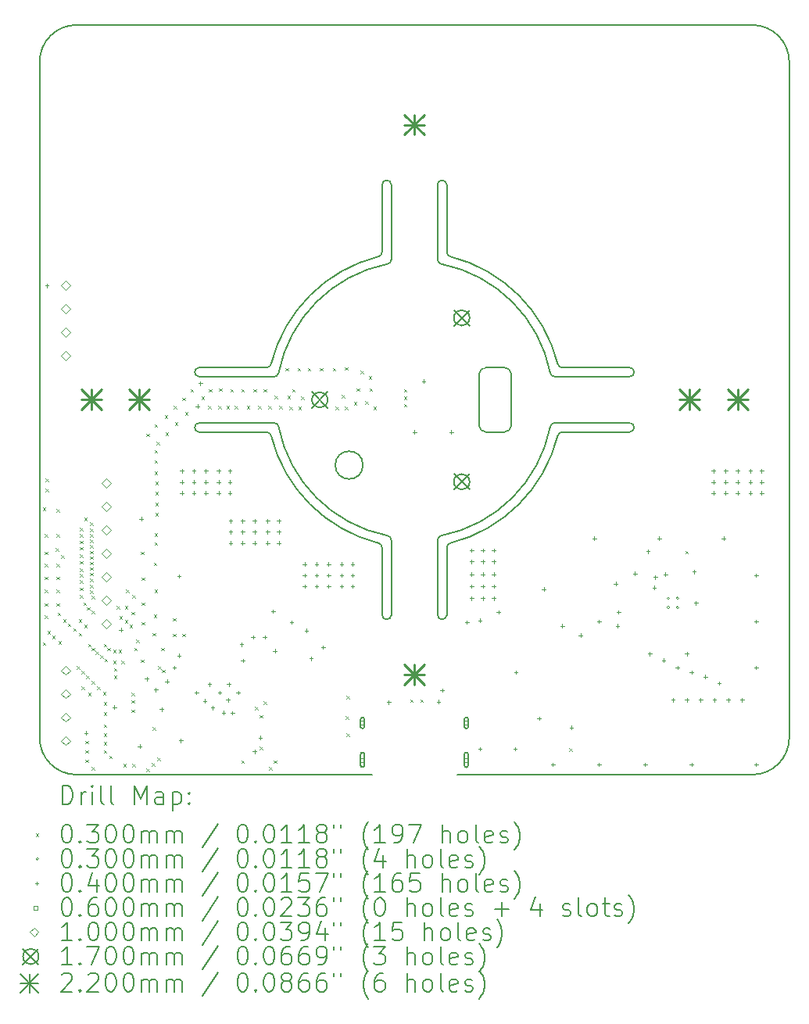
<source format=gbr>
%FSLAX45Y45*%
G04 Gerber Fmt 4.5, Leading zero omitted, Abs format (unit mm)*
G04 Created by KiCad (PCBNEW (6.0.5)) date 2023-11-29 10:13:29*
%MOMM*%
%LPD*%
G01*
G04 APERTURE LIST*
%TA.AperFunction,Profile*%
%ADD10C,0.200000*%
%TD*%
%ADD11C,0.200000*%
%ADD12C,0.030000*%
%ADD13C,0.040000*%
%ADD14C,0.060000*%
%ADD15C,0.100000*%
%ADD16C,0.170000*%
%ADD17C,0.220000*%
G04 APERTURE END LIST*
D10*
X8479309Y-10250000D02*
X7670980Y-10250000D01*
X9650000Y-11600781D02*
X9650000Y-12329020D01*
X9750000Y-12329020D02*
X9750000Y-11520691D01*
X10387878Y-11552271D02*
G75*
G03*
X10350000Y-11600781I12122J-48509D01*
G01*
X9650000Y-12329020D02*
G75*
G03*
X9750000Y-12329020I50000J0D01*
G01*
X10290323Y-11471636D02*
G75*
G03*
X11471636Y-10290323I-290323J1471636D01*
G01*
X11520691Y-10250001D02*
G75*
G03*
X11471636Y-10290323I-1J-49999D01*
G01*
X10387879Y-11552273D02*
G75*
G03*
X11552272Y-10387879I-387879J1552273D01*
G01*
X10975000Y-10350000D02*
G75*
G03*
X11050000Y-10275000I0J75000D01*
G01*
X11600781Y-10350001D02*
G75*
G03*
X11552273Y-10387879I-1J-49999D01*
G01*
X11050000Y-10275000D02*
X11050000Y-9725000D01*
X12329020Y-9750000D02*
G75*
G03*
X12329020Y-9650000I0J50000D01*
G01*
X10250000Y-12329020D02*
G75*
G03*
X10350000Y-12329020I50000J0D01*
G01*
X10350000Y-12329020D02*
X10350000Y-11600781D01*
X11050000Y-9725000D02*
G75*
G03*
X10975000Y-9650000I-75000J0D01*
G01*
X10975000Y-9650000D02*
X10775000Y-9650000D01*
X10775000Y-9650000D02*
G75*
G03*
X10700000Y-9725000I0J-75000D01*
G01*
X10700000Y-9725000D02*
X10700000Y-10275000D01*
X9442893Y-10707107D02*
G75*
G03*
X9442893Y-10707107I-150000J0D01*
G01*
X11600781Y-10350000D02*
X12329020Y-10350000D01*
X10700000Y-10275000D02*
G75*
G03*
X10775000Y-10350000I75000J0D01*
G01*
X11471636Y-9709678D02*
G75*
G03*
X10290323Y-8528364I-1471636J-290323D01*
G01*
X11520691Y-9750000D02*
X12329020Y-9750000D01*
X8447727Y-10387879D02*
G75*
G03*
X9612121Y-11552272I1552273J387879D01*
G01*
X11471635Y-9709678D02*
G75*
G03*
X11520691Y-9750000I49055J9678D01*
G01*
X10290322Y-11471635D02*
G75*
G03*
X10250000Y-11520691I9678J-49055D01*
G01*
X13660000Y-14060000D02*
G75*
G03*
X14060000Y-13660000I0J400000D01*
G01*
X12329020Y-10250000D02*
X11520691Y-10250000D01*
X7670980Y-10250000D02*
G75*
G03*
X7670980Y-10350000I0J-50000D01*
G01*
X8528364Y-10290323D02*
G75*
G03*
X9709677Y-11471636I1471636J290323D01*
G01*
X8447729Y-10387878D02*
G75*
G03*
X8399219Y-10350000I-48509J-12122D01*
G01*
X9750000Y-11520691D02*
G75*
G03*
X9709677Y-11471636I-50000J1D01*
G01*
X7670980Y-10350000D02*
X8399219Y-10350000D01*
X10250000Y-11520691D02*
X10250000Y-12329020D01*
X8528365Y-10290322D02*
G75*
G03*
X8479309Y-10250000I-49055J-9678D01*
G01*
X10775000Y-10350000D02*
X10975000Y-10350000D01*
X10250001Y-8479309D02*
G75*
G03*
X10290323Y-8528364I49999J-1D01*
G01*
X12329020Y-9650000D02*
X11600781Y-9650000D01*
X12329020Y-10350000D02*
G75*
G03*
X12329020Y-10250000I0J50000D01*
G01*
X9649999Y-11600781D02*
G75*
G03*
X9612121Y-11552273I-49999J1D01*
G01*
X6340000Y-5940000D02*
G75*
G03*
X5940000Y-6340000I0J-400000D01*
G01*
X14060000Y-6340000D02*
G75*
G03*
X13660000Y-5940000I-400000J0D01*
G01*
X5940000Y-13660000D02*
X5940000Y-6340000D01*
X13660000Y-14060000D02*
X10462000Y-14060000D01*
X9538000Y-14060000D02*
X6340000Y-14060000D01*
X5940000Y-13660000D02*
G75*
G03*
X6340000Y-14060000I400000J0D01*
G01*
X14060000Y-6340000D02*
X14060000Y-13660000D01*
X6340000Y-5940000D02*
X13660000Y-5940000D01*
X9709678Y-8528365D02*
G75*
G03*
X9750000Y-8479309I-9678J49055D01*
G01*
X11552273Y-9612121D02*
G75*
G03*
X10387879Y-8447728I-1552273J-387879D01*
G01*
X10350001Y-8399219D02*
G75*
G03*
X10387879Y-8447727I49999J-1D01*
G01*
X10350000Y-7670980D02*
G75*
G03*
X10250000Y-7670980I-50000J0D01*
G01*
X8399219Y-9650000D02*
X7670980Y-9650000D01*
X10250000Y-7670980D02*
X10250000Y-8479309D01*
X11552271Y-9612122D02*
G75*
G03*
X11600781Y-9650000I48509J12122D01*
G01*
X9709678Y-8528364D02*
G75*
G03*
X8528364Y-9709677I290323J-1471636D01*
G01*
X9650000Y-7670980D02*
X9650000Y-8399219D01*
X10350000Y-8399219D02*
X10350000Y-7670980D01*
X7670980Y-9750000D02*
X8479309Y-9750000D01*
X9612122Y-8447729D02*
G75*
G03*
X9650000Y-8399219I-12122J48509D01*
G01*
X9612121Y-8447727D02*
G75*
G03*
X8447728Y-9612121I387879J-1552273D01*
G01*
X7670980Y-9650000D02*
G75*
G03*
X7670980Y-9750000I0J-50000D01*
G01*
X8479309Y-9749999D02*
G75*
G03*
X8528364Y-9709678I1J49999D01*
G01*
X9750000Y-8479309D02*
X9750000Y-7670980D01*
X9750000Y-7670980D02*
G75*
G03*
X9650000Y-7670980I-50000J0D01*
G01*
X8399219Y-9649999D02*
G75*
G03*
X8447727Y-9612121I1J49999D01*
G01*
D11*
D12*
X5975000Y-11165000D02*
X6005000Y-11195000D01*
X6005000Y-11165000D02*
X5975000Y-11195000D01*
X5975000Y-12625000D02*
X6005000Y-12655000D01*
X6005000Y-12625000D02*
X5975000Y-12655000D01*
X5995000Y-11455000D02*
X6025000Y-11485000D01*
X6025000Y-11455000D02*
X5995000Y-11485000D01*
X5995000Y-11645000D02*
X6025000Y-11675000D01*
X6025000Y-11645000D02*
X5995000Y-11675000D01*
X5995000Y-11775000D02*
X6025000Y-11805000D01*
X6025000Y-11775000D02*
X5995000Y-11805000D01*
X5995000Y-11915000D02*
X6025000Y-11945000D01*
X6025000Y-11915000D02*
X5995000Y-11945000D01*
X5995000Y-12055000D02*
X6025000Y-12085000D01*
X6025000Y-12055000D02*
X5995000Y-12085000D01*
X5995000Y-12205000D02*
X6025000Y-12235000D01*
X6025000Y-12205000D02*
X5995000Y-12235000D01*
X5995000Y-12335000D02*
X6025000Y-12365000D01*
X6025000Y-12335000D02*
X5995000Y-12365000D01*
X6005000Y-10855000D02*
X6035000Y-10885000D01*
X6035000Y-10855000D02*
X6005000Y-10885000D01*
X6005000Y-10965000D02*
X6035000Y-10995000D01*
X6035000Y-10965000D02*
X6005000Y-10995000D01*
X6025000Y-12505000D02*
X6055000Y-12535000D01*
X6055000Y-12505000D02*
X6025000Y-12535000D01*
X6075000Y-12555000D02*
X6105000Y-12585000D01*
X6105000Y-12555000D02*
X6075000Y-12585000D01*
X6115000Y-11605000D02*
X6145000Y-11635000D01*
X6145000Y-11605000D02*
X6115000Y-11635000D01*
X6125000Y-11185000D02*
X6155000Y-11215000D01*
X6155000Y-11185000D02*
X6125000Y-11215000D01*
X6125000Y-11455000D02*
X6155000Y-11485000D01*
X6155000Y-11455000D02*
X6125000Y-11485000D01*
X6125000Y-11775000D02*
X6155000Y-11805000D01*
X6155000Y-11775000D02*
X6125000Y-11805000D01*
X6125000Y-11915000D02*
X6155000Y-11945000D01*
X6155000Y-11915000D02*
X6125000Y-11945000D01*
X6125000Y-12055000D02*
X6155000Y-12085000D01*
X6155000Y-12055000D02*
X6125000Y-12085000D01*
X6125000Y-12205000D02*
X6155000Y-12235000D01*
X6155000Y-12205000D02*
X6125000Y-12235000D01*
X6135000Y-12305000D02*
X6165000Y-12335000D01*
X6165000Y-12305000D02*
X6135000Y-12335000D01*
X6145000Y-12615000D02*
X6175000Y-12645000D01*
X6175000Y-12615000D02*
X6145000Y-12645000D01*
X6175000Y-11685000D02*
X6205000Y-11715000D01*
X6205000Y-11685000D02*
X6175000Y-11715000D01*
X6195000Y-12375000D02*
X6225000Y-12405000D01*
X6225000Y-12375000D02*
X6195000Y-12405000D01*
X6245000Y-12425000D02*
X6275000Y-12455000D01*
X6275000Y-12425000D02*
X6245000Y-12455000D01*
X6305000Y-12475000D02*
X6335000Y-12505000D01*
X6335000Y-12475000D02*
X6305000Y-12505000D01*
X6345000Y-12885000D02*
X6375000Y-12915000D01*
X6375000Y-12885000D02*
X6345000Y-12915000D01*
X6365000Y-12375000D02*
X6395000Y-12405000D01*
X6395000Y-12375000D02*
X6365000Y-12405000D01*
X6365000Y-12525000D02*
X6395000Y-12555000D01*
X6395000Y-12525000D02*
X6365000Y-12555000D01*
X6375000Y-11385000D02*
X6405000Y-11415000D01*
X6405000Y-11385000D02*
X6375000Y-11415000D01*
X6375000Y-11455000D02*
X6405000Y-11485000D01*
X6405000Y-11455000D02*
X6375000Y-11485000D01*
X6375000Y-11525000D02*
X6405000Y-11555000D01*
X6405000Y-11525000D02*
X6375000Y-11555000D01*
X6375000Y-11595000D02*
X6405000Y-11625000D01*
X6405000Y-11595000D02*
X6375000Y-11625000D01*
X6375000Y-11675000D02*
X6405000Y-11705000D01*
X6405000Y-11675000D02*
X6375000Y-11705000D01*
X6375000Y-11745000D02*
X6405000Y-11775000D01*
X6405000Y-11745000D02*
X6375000Y-11775000D01*
X6375000Y-11825000D02*
X6405000Y-11855000D01*
X6405000Y-11825000D02*
X6375000Y-11855000D01*
X6375000Y-11885000D02*
X6405000Y-11915000D01*
X6405000Y-11885000D02*
X6375000Y-11915000D01*
X6375000Y-11955000D02*
X6405000Y-11985000D01*
X6405000Y-11955000D02*
X6375000Y-11985000D01*
X6375000Y-12035000D02*
X6405000Y-12065000D01*
X6405000Y-12035000D02*
X6375000Y-12065000D01*
X6375000Y-12115000D02*
X6405000Y-12145000D01*
X6405000Y-12115000D02*
X6375000Y-12145000D01*
X6395000Y-12935000D02*
X6425000Y-12965000D01*
X6425000Y-12935000D02*
X6395000Y-12965000D01*
X6395000Y-13105000D02*
X6425000Y-13135000D01*
X6425000Y-13105000D02*
X6395000Y-13135000D01*
X6415000Y-12195000D02*
X6445000Y-12225000D01*
X6445000Y-12195000D02*
X6415000Y-12225000D01*
X6425000Y-11275000D02*
X6455000Y-11305000D01*
X6455000Y-11275000D02*
X6425000Y-11305000D01*
X6425000Y-12435000D02*
X6455000Y-12465000D01*
X6455000Y-12435000D02*
X6425000Y-12465000D01*
X6435000Y-13695000D02*
X6465000Y-13725000D01*
X6465000Y-13695000D02*
X6435000Y-13725000D01*
X6435000Y-13795000D02*
X6465000Y-13825000D01*
X6465000Y-13795000D02*
X6435000Y-13825000D01*
X6435000Y-13895000D02*
X6465000Y-13925000D01*
X6465000Y-13895000D02*
X6435000Y-13925000D01*
X6445000Y-12985000D02*
X6475000Y-13015000D01*
X6475000Y-12985000D02*
X6445000Y-13015000D01*
X6455000Y-12245000D02*
X6485000Y-12275000D01*
X6485000Y-12245000D02*
X6455000Y-12275000D01*
X6465000Y-12645000D02*
X6495000Y-12675000D01*
X6495000Y-12645000D02*
X6465000Y-12675000D01*
X6465000Y-13175000D02*
X6495000Y-13205000D01*
X6495000Y-13175000D02*
X6465000Y-13205000D01*
X6485000Y-11325000D02*
X6515000Y-11355000D01*
X6515000Y-11325000D02*
X6485000Y-11355000D01*
X6485000Y-11395000D02*
X6515000Y-11425000D01*
X6515000Y-11395000D02*
X6485000Y-11425000D01*
X6485000Y-11455000D02*
X6515000Y-11485000D01*
X6515000Y-11455000D02*
X6485000Y-11485000D01*
X6485000Y-11515000D02*
X6515000Y-11545000D01*
X6515000Y-11515000D02*
X6485000Y-11545000D01*
X6485000Y-11575000D02*
X6515000Y-11605000D01*
X6515000Y-11575000D02*
X6485000Y-11605000D01*
X6485000Y-11635000D02*
X6515000Y-11665000D01*
X6515000Y-11635000D02*
X6485000Y-11665000D01*
X6485000Y-11695000D02*
X6515000Y-11725000D01*
X6515000Y-11695000D02*
X6485000Y-11725000D01*
X6485000Y-11755000D02*
X6515000Y-11785000D01*
X6515000Y-11755000D02*
X6485000Y-11785000D01*
X6485000Y-11815000D02*
X6515000Y-11845000D01*
X6515000Y-11815000D02*
X6485000Y-11845000D01*
X6485000Y-11875000D02*
X6515000Y-11905000D01*
X6515000Y-11875000D02*
X6485000Y-11905000D01*
X6485000Y-11935000D02*
X6515000Y-11965000D01*
X6515000Y-11935000D02*
X6485000Y-11965000D01*
X6485000Y-12005000D02*
X6515000Y-12035000D01*
X6515000Y-12005000D02*
X6485000Y-12035000D01*
X6485000Y-12065000D02*
X6515000Y-12095000D01*
X6515000Y-12065000D02*
X6485000Y-12095000D01*
X6505000Y-12125000D02*
X6535000Y-12155000D01*
X6535000Y-12125000D02*
X6505000Y-12155000D01*
X6505000Y-12285000D02*
X6535000Y-12315000D01*
X6535000Y-12285000D02*
X6505000Y-12315000D01*
X6505000Y-12685000D02*
X6535000Y-12715000D01*
X6535000Y-12685000D02*
X6505000Y-12715000D01*
X6505000Y-13045000D02*
X6535000Y-13075000D01*
X6535000Y-13045000D02*
X6505000Y-13075000D01*
X6505000Y-13975000D02*
X6535000Y-14005000D01*
X6535000Y-13975000D02*
X6505000Y-14005000D01*
X6545000Y-12725000D02*
X6575000Y-12755000D01*
X6575000Y-12725000D02*
X6545000Y-12755000D01*
X6565000Y-13105000D02*
X6595000Y-13135000D01*
X6595000Y-13105000D02*
X6565000Y-13135000D01*
X6595000Y-12765000D02*
X6625000Y-12795000D01*
X6625000Y-12765000D02*
X6595000Y-12795000D01*
X6625000Y-13165000D02*
X6655000Y-13195000D01*
X6655000Y-13165000D02*
X6625000Y-13195000D01*
X6635000Y-12645000D02*
X6665000Y-12675000D01*
X6665000Y-12645000D02*
X6635000Y-12675000D01*
X6635000Y-13275000D02*
X6665000Y-13305000D01*
X6665000Y-13275000D02*
X6635000Y-13305000D01*
X6635000Y-13385000D02*
X6665000Y-13415000D01*
X6665000Y-13385000D02*
X6635000Y-13415000D01*
X6635000Y-13515000D02*
X6665000Y-13545000D01*
X6665000Y-13515000D02*
X6635000Y-13545000D01*
X6635000Y-13615000D02*
X6665000Y-13645000D01*
X6665000Y-13615000D02*
X6635000Y-13645000D01*
X6635000Y-13705000D02*
X6665000Y-13735000D01*
X6665000Y-13705000D02*
X6635000Y-13735000D01*
X6635000Y-13795000D02*
X6665000Y-13825000D01*
X6665000Y-13795000D02*
X6635000Y-13825000D01*
X6645000Y-12805000D02*
X6675000Y-12835000D01*
X6675000Y-12805000D02*
X6645000Y-12835000D01*
X6675000Y-12685000D02*
X6705000Y-12715000D01*
X6705000Y-12685000D02*
X6675000Y-12715000D01*
X6695000Y-13855000D02*
X6725000Y-13885000D01*
X6725000Y-13855000D02*
X6695000Y-13885000D01*
X6735000Y-12705000D02*
X6765000Y-12735000D01*
X6765000Y-12705000D02*
X6735000Y-12735000D01*
X6735000Y-12825000D02*
X6765000Y-12855000D01*
X6765000Y-12825000D02*
X6735000Y-12855000D01*
X6745000Y-12905000D02*
X6775000Y-12935000D01*
X6775000Y-12905000D02*
X6745000Y-12935000D01*
X6745000Y-12985000D02*
X6775000Y-13015000D01*
X6775000Y-12985000D02*
X6745000Y-13015000D01*
X6775000Y-12235000D02*
X6805000Y-12265000D01*
X6805000Y-12235000D02*
X6775000Y-12265000D01*
X6795000Y-12705000D02*
X6825000Y-12735000D01*
X6825000Y-12705000D02*
X6795000Y-12735000D01*
X6805000Y-12345000D02*
X6835000Y-12375000D01*
X6835000Y-12345000D02*
X6805000Y-12375000D01*
X6825000Y-12825000D02*
X6855000Y-12855000D01*
X6855000Y-12825000D02*
X6825000Y-12855000D01*
X6845000Y-13945000D02*
X6875000Y-13975000D01*
X6875000Y-13945000D02*
X6845000Y-13975000D01*
X6865000Y-12235000D02*
X6895000Y-12265000D01*
X6895000Y-12235000D02*
X6865000Y-12265000D01*
X6865000Y-12385000D02*
X6895000Y-12415000D01*
X6895000Y-12385000D02*
X6865000Y-12415000D01*
X6875000Y-12055000D02*
X6905000Y-12085000D01*
X6905000Y-12055000D02*
X6875000Y-12085000D01*
X6915000Y-12435000D02*
X6945000Y-12465000D01*
X6945000Y-12435000D02*
X6915000Y-12465000D01*
X6935000Y-12295000D02*
X6965000Y-12325000D01*
X6965000Y-12295000D02*
X6935000Y-12325000D01*
X6935000Y-13175000D02*
X6965000Y-13205000D01*
X6965000Y-13175000D02*
X6935000Y-13205000D01*
X6935000Y-13255000D02*
X6965000Y-13285000D01*
X6965000Y-13255000D02*
X6935000Y-13285000D01*
X6935000Y-13355000D02*
X6965000Y-13385000D01*
X6965000Y-13355000D02*
X6935000Y-13385000D01*
X6945000Y-12115000D02*
X6975000Y-12145000D01*
X6975000Y-12115000D02*
X6945000Y-12145000D01*
X6945000Y-13945000D02*
X6975000Y-13975000D01*
X6975000Y-13945000D02*
X6945000Y-13975000D01*
X6965000Y-12685000D02*
X6995000Y-12715000D01*
X6995000Y-12685000D02*
X6965000Y-12715000D01*
X6985000Y-12595000D02*
X7015000Y-12625000D01*
X7015000Y-12595000D02*
X6985000Y-12625000D01*
X7035000Y-11645000D02*
X7065000Y-11675000D01*
X7065000Y-11645000D02*
X7035000Y-11675000D01*
X7035000Y-12815000D02*
X7065000Y-12845000D01*
X7065000Y-12815000D02*
X7035000Y-12845000D01*
X7045000Y-11925000D02*
X7075000Y-11955000D01*
X7075000Y-11925000D02*
X7045000Y-11955000D01*
X7045000Y-12195000D02*
X7075000Y-12225000D01*
X7075000Y-12195000D02*
X7045000Y-12225000D01*
X7045000Y-12405000D02*
X7075000Y-12435000D01*
X7075000Y-12405000D02*
X7045000Y-12435000D01*
X7095000Y-10365000D02*
X7125000Y-10395000D01*
X7125000Y-10365000D02*
X7095000Y-10395000D01*
X7095000Y-13995000D02*
X7125000Y-14025000D01*
X7125000Y-13995000D02*
X7095000Y-14025000D01*
X7155000Y-13935000D02*
X7185000Y-13965000D01*
X7185000Y-13935000D02*
X7155000Y-13965000D01*
X7165000Y-12525000D02*
X7195000Y-12555000D01*
X7195000Y-12525000D02*
X7165000Y-12555000D01*
X7165000Y-13545000D02*
X7195000Y-13575000D01*
X7195000Y-13545000D02*
X7165000Y-13575000D01*
X7175000Y-11765000D02*
X7205000Y-11795000D01*
X7205000Y-11765000D02*
X7175000Y-11795000D01*
X7175000Y-12325000D02*
X7205000Y-12355000D01*
X7205000Y-12325000D02*
X7175000Y-12355000D01*
X7185000Y-10265000D02*
X7215000Y-10295000D01*
X7215000Y-10265000D02*
X7185000Y-10295000D01*
X7185000Y-10545000D02*
X7215000Y-10575000D01*
X7215000Y-10545000D02*
X7185000Y-10575000D01*
X7185000Y-10655000D02*
X7215000Y-10685000D01*
X7215000Y-10655000D02*
X7185000Y-10685000D01*
X7185000Y-10775000D02*
X7215000Y-10805000D01*
X7215000Y-10775000D02*
X7185000Y-10805000D01*
X7185000Y-11445000D02*
X7215000Y-11475000D01*
X7215000Y-11445000D02*
X7185000Y-11475000D01*
X7185000Y-11545000D02*
X7215000Y-11575000D01*
X7215000Y-11545000D02*
X7185000Y-11575000D01*
X7185000Y-12055000D02*
X7215000Y-12085000D01*
X7215000Y-12055000D02*
X7185000Y-12085000D01*
X7195000Y-10885000D02*
X7225000Y-10915000D01*
X7225000Y-10885000D02*
X7195000Y-10915000D01*
X7195000Y-10995000D02*
X7225000Y-11025000D01*
X7225000Y-10995000D02*
X7195000Y-11025000D01*
X7195000Y-11115000D02*
X7225000Y-11145000D01*
X7225000Y-11115000D02*
X7195000Y-11145000D01*
X7195000Y-11225000D02*
X7225000Y-11255000D01*
X7225000Y-11225000D02*
X7195000Y-11255000D01*
X7205000Y-10455000D02*
X7235000Y-10485000D01*
X7235000Y-10455000D02*
X7205000Y-10485000D01*
X7215000Y-13875000D02*
X7245000Y-13905000D01*
X7245000Y-13875000D02*
X7215000Y-13905000D01*
X7225000Y-12885000D02*
X7255000Y-12915000D01*
X7255000Y-12885000D02*
X7225000Y-12915000D01*
X7255000Y-12685000D02*
X7285000Y-12715000D01*
X7285000Y-12685000D02*
X7255000Y-12715000D01*
X7265000Y-12925000D02*
X7295000Y-12955000D01*
X7295000Y-12925000D02*
X7265000Y-12955000D01*
X7295000Y-10165000D02*
X7325000Y-10195000D01*
X7325000Y-10165000D02*
X7295000Y-10195000D01*
X7305000Y-10355000D02*
X7335000Y-10385000D01*
X7335000Y-10355000D02*
X7305000Y-10385000D01*
X7385000Y-12365000D02*
X7415000Y-12395000D01*
X7415000Y-12365000D02*
X7385000Y-12395000D01*
X7385000Y-12535000D02*
X7415000Y-12565000D01*
X7415000Y-12535000D02*
X7385000Y-12565000D01*
X7395000Y-10065000D02*
X7425000Y-10095000D01*
X7425000Y-10065000D02*
X7395000Y-10095000D01*
X7405000Y-10245000D02*
X7435000Y-10275000D01*
X7435000Y-10245000D02*
X7405000Y-10275000D01*
X7485000Y-9975000D02*
X7515000Y-10005000D01*
X7515000Y-9975000D02*
X7485000Y-10005000D01*
X7485000Y-12535000D02*
X7515000Y-12565000D01*
X7515000Y-12535000D02*
X7485000Y-12565000D01*
X7515000Y-10135000D02*
X7545000Y-10165000D01*
X7545000Y-10135000D02*
X7515000Y-10165000D01*
X7575000Y-9885000D02*
X7605000Y-9915000D01*
X7605000Y-9885000D02*
X7575000Y-9915000D01*
X7695000Y-9965000D02*
X7725000Y-9995000D01*
X7725000Y-9965000D02*
X7695000Y-9995000D01*
X7765000Y-10065000D02*
X7795000Y-10095000D01*
X7795000Y-10065000D02*
X7765000Y-10095000D01*
X7775000Y-9885000D02*
X7805000Y-9915000D01*
X7805000Y-9885000D02*
X7775000Y-9915000D01*
X7875000Y-10065000D02*
X7905000Y-10095000D01*
X7905000Y-10065000D02*
X7875000Y-10095000D01*
X7885000Y-9875000D02*
X7915000Y-9905000D01*
X7915000Y-9875000D02*
X7885000Y-9905000D01*
X7965000Y-10065000D02*
X7995000Y-10095000D01*
X7995000Y-10065000D02*
X7965000Y-10095000D01*
X8005000Y-9885000D02*
X8035000Y-9915000D01*
X8035000Y-9885000D02*
X8005000Y-9915000D01*
X8055000Y-10065000D02*
X8085000Y-10095000D01*
X8085000Y-10065000D02*
X8055000Y-10095000D01*
X8125000Y-9885000D02*
X8155000Y-9915000D01*
X8155000Y-9885000D02*
X8125000Y-9915000D01*
X8125000Y-13905000D02*
X8155000Y-13935000D01*
X8155000Y-13905000D02*
X8125000Y-13935000D01*
X8185000Y-10065000D02*
X8215000Y-10095000D01*
X8215000Y-10065000D02*
X8185000Y-10095000D01*
X8255000Y-9885000D02*
X8285000Y-9915000D01*
X8285000Y-9885000D02*
X8255000Y-9915000D01*
X8275000Y-13325000D02*
X8305000Y-13355000D01*
X8305000Y-13325000D02*
X8275000Y-13355000D01*
X8305000Y-10065000D02*
X8335000Y-10095000D01*
X8335000Y-10065000D02*
X8305000Y-10095000D01*
X8325000Y-13415000D02*
X8355000Y-13445000D01*
X8355000Y-13415000D02*
X8325000Y-13445000D01*
X8325000Y-13755000D02*
X8355000Y-13785000D01*
X8355000Y-13755000D02*
X8325000Y-13785000D01*
X8365000Y-9885000D02*
X8395000Y-9915000D01*
X8395000Y-9885000D02*
X8365000Y-9915000D01*
X8365000Y-13265000D02*
X8395000Y-13295000D01*
X8395000Y-13265000D02*
X8365000Y-13295000D01*
X8415000Y-10065000D02*
X8445000Y-10095000D01*
X8445000Y-10065000D02*
X8415000Y-10095000D01*
X8425000Y-13975000D02*
X8455000Y-14005000D01*
X8455000Y-13975000D02*
X8425000Y-14005000D01*
X8475000Y-13905000D02*
X8505000Y-13935000D01*
X8505000Y-13905000D02*
X8475000Y-13935000D01*
X8485000Y-9955000D02*
X8515000Y-9985000D01*
X8515000Y-9955000D02*
X8485000Y-9985000D01*
X8535000Y-10065000D02*
X8565000Y-10095000D01*
X8565000Y-10065000D02*
X8535000Y-10095000D01*
X8605000Y-9655000D02*
X8635000Y-9685000D01*
X8635000Y-9655000D02*
X8605000Y-9685000D01*
X8625000Y-9955000D02*
X8655000Y-9985000D01*
X8655000Y-9955000D02*
X8625000Y-9985000D01*
X8645000Y-10075000D02*
X8675000Y-10105000D01*
X8675000Y-10075000D02*
X8645000Y-10105000D01*
X8675000Y-9885000D02*
X8705000Y-9915000D01*
X8705000Y-9885000D02*
X8675000Y-9915000D01*
X8735000Y-9655000D02*
X8765000Y-9685000D01*
X8765000Y-9655000D02*
X8735000Y-9685000D01*
X8745000Y-10075000D02*
X8775000Y-10105000D01*
X8775000Y-10075000D02*
X8745000Y-10105000D01*
X8775000Y-9965000D02*
X8805000Y-9995000D01*
X8805000Y-9965000D02*
X8775000Y-9995000D01*
X8845000Y-9655000D02*
X8875000Y-9685000D01*
X8875000Y-9655000D02*
X8845000Y-9685000D01*
X8975000Y-9655000D02*
X9005000Y-9685000D01*
X9005000Y-9655000D02*
X8975000Y-9685000D01*
X9115000Y-9655000D02*
X9145000Y-9685000D01*
X9145000Y-9655000D02*
X9115000Y-9685000D01*
X9145000Y-10075000D02*
X9175000Y-10105000D01*
X9175000Y-10075000D02*
X9145000Y-10105000D01*
X9215000Y-9945000D02*
X9245000Y-9975000D01*
X9245000Y-9945000D02*
X9215000Y-9975000D01*
X9245000Y-9645000D02*
X9275000Y-9675000D01*
X9275000Y-9645000D02*
X9245000Y-9675000D01*
X9245000Y-10075000D02*
X9275000Y-10105000D01*
X9275000Y-10075000D02*
X9245000Y-10105000D01*
X9255000Y-13425000D02*
X9285000Y-13455000D01*
X9285000Y-13425000D02*
X9255000Y-13455000D01*
X9265000Y-13205000D02*
X9295000Y-13235000D01*
X9295000Y-13205000D02*
X9265000Y-13235000D01*
X9265000Y-13615000D02*
X9295000Y-13645000D01*
X9295000Y-13615000D02*
X9265000Y-13645000D01*
X9345000Y-10025000D02*
X9375000Y-10055000D01*
X9375000Y-10025000D02*
X9345000Y-10055000D01*
X9375000Y-9875000D02*
X9405000Y-9905000D01*
X9405000Y-9875000D02*
X9375000Y-9905000D01*
X9415000Y-9685000D02*
X9445000Y-9715000D01*
X9445000Y-9685000D02*
X9415000Y-9715000D01*
X9465000Y-10015000D02*
X9495000Y-10045000D01*
X9495000Y-10015000D02*
X9465000Y-10045000D01*
X9505000Y-9745000D02*
X9535000Y-9775000D01*
X9535000Y-9745000D02*
X9505000Y-9775000D01*
X9515000Y-9875000D02*
X9545000Y-9905000D01*
X9545000Y-9875000D02*
X9515000Y-9905000D01*
X9555000Y-10075000D02*
X9585000Y-10105000D01*
X9585000Y-10075000D02*
X9555000Y-10105000D01*
X9885000Y-9885000D02*
X9915000Y-9915000D01*
X9915000Y-9885000D02*
X9885000Y-9915000D01*
X9885000Y-9965000D02*
X9915000Y-9995000D01*
X9915000Y-9965000D02*
X9885000Y-9995000D01*
X9885000Y-10045000D02*
X9915000Y-10075000D01*
X9915000Y-10045000D02*
X9885000Y-10075000D01*
X9955000Y-13245000D02*
X9985000Y-13275000D01*
X9985000Y-13245000D02*
X9955000Y-13275000D01*
X10065000Y-13245000D02*
X10095000Y-13275000D01*
X10095000Y-13245000D02*
X10065000Y-13275000D01*
X11675000Y-13775000D02*
X11705000Y-13805000D01*
X11705000Y-13775000D02*
X11675000Y-13805000D01*
X12935000Y-11635000D02*
X12965000Y-11665000D01*
X12965000Y-11635000D02*
X12935000Y-11665000D01*
X12765000Y-12150000D02*
G75*
G03*
X12765000Y-12150000I-15000J0D01*
G01*
X12765000Y-12250000D02*
G75*
G03*
X12765000Y-12250000I-15000J0D01*
G01*
X12865000Y-12150000D02*
G75*
G03*
X12865000Y-12150000I-15000J0D01*
G01*
X12865000Y-12250000D02*
G75*
G03*
X12865000Y-12250000I-15000J0D01*
G01*
D13*
X6020000Y-8742000D02*
X6020000Y-8782000D01*
X6000000Y-8762000D02*
X6040000Y-8762000D01*
X6442000Y-13588000D02*
X6442000Y-13628000D01*
X6422000Y-13608000D02*
X6462000Y-13608000D01*
X6750000Y-13310000D02*
X6750000Y-13350000D01*
X6730000Y-13330000D02*
X6770000Y-13330000D01*
X6820000Y-12470000D02*
X6820000Y-12510000D01*
X6800000Y-12490000D02*
X6840000Y-12490000D01*
X7023500Y-13734000D02*
X7023500Y-13774000D01*
X7003500Y-13754000D02*
X7043500Y-13754000D01*
X7040000Y-11270000D02*
X7040000Y-11310000D01*
X7020000Y-11290000D02*
X7060000Y-11290000D01*
X7100000Y-13000000D02*
X7100000Y-13040000D01*
X7080000Y-13020000D02*
X7120000Y-13020000D01*
X7200000Y-13120000D02*
X7200000Y-13160000D01*
X7180000Y-13140000D02*
X7220000Y-13140000D01*
X7260000Y-13330000D02*
X7260000Y-13370000D01*
X7240000Y-13350000D02*
X7280000Y-13350000D01*
X7320000Y-13030000D02*
X7320000Y-13070000D01*
X7300000Y-13050000D02*
X7340000Y-13050000D01*
X7400000Y-12880000D02*
X7400000Y-12920000D01*
X7380000Y-12900000D02*
X7420000Y-12900000D01*
X7450000Y-11890000D02*
X7450000Y-11930000D01*
X7430000Y-11910000D02*
X7470000Y-11910000D01*
X7450000Y-12750000D02*
X7450000Y-12790000D01*
X7430000Y-12770000D02*
X7470000Y-12770000D01*
X7470000Y-13670000D02*
X7470000Y-13710000D01*
X7450000Y-13690000D02*
X7490000Y-13690000D01*
X7480000Y-10750000D02*
X7480000Y-10790000D01*
X7460000Y-10770000D02*
X7500000Y-10770000D01*
X7480000Y-10870000D02*
X7480000Y-10910000D01*
X7460000Y-10890000D02*
X7500000Y-10890000D01*
X7480000Y-10990000D02*
X7480000Y-11030000D01*
X7460000Y-11010000D02*
X7500000Y-11010000D01*
X7610000Y-10750000D02*
X7610000Y-10790000D01*
X7590000Y-10770000D02*
X7630000Y-10770000D01*
X7610000Y-10870000D02*
X7610000Y-10910000D01*
X7590000Y-10890000D02*
X7630000Y-10890000D01*
X7610000Y-10990000D02*
X7610000Y-11030000D01*
X7590000Y-11010000D02*
X7630000Y-11010000D01*
X7640000Y-13150000D02*
X7640000Y-13190000D01*
X7620000Y-13170000D02*
X7660000Y-13170000D01*
X7650000Y-10050000D02*
X7650000Y-10090000D01*
X7630000Y-10070000D02*
X7670000Y-10070000D01*
X7680000Y-9800000D02*
X7680000Y-9840000D01*
X7660000Y-9820000D02*
X7700000Y-9820000D01*
X7730000Y-13240000D02*
X7730000Y-13280000D01*
X7710000Y-13260000D02*
X7750000Y-13260000D01*
X7740000Y-10750000D02*
X7740000Y-10790000D01*
X7720000Y-10770000D02*
X7760000Y-10770000D01*
X7740000Y-10870000D02*
X7740000Y-10910000D01*
X7720000Y-10890000D02*
X7760000Y-10890000D01*
X7740000Y-10990000D02*
X7740000Y-11030000D01*
X7720000Y-11010000D02*
X7760000Y-11010000D01*
X7780000Y-13060000D02*
X7780000Y-13100000D01*
X7760000Y-13080000D02*
X7800000Y-13080000D01*
X7815000Y-13315000D02*
X7815000Y-13355000D01*
X7795000Y-13335000D02*
X7835000Y-13335000D01*
X7880000Y-10750000D02*
X7880000Y-10790000D01*
X7860000Y-10770000D02*
X7900000Y-10770000D01*
X7880000Y-10870000D02*
X7880000Y-10910000D01*
X7860000Y-10890000D02*
X7900000Y-10890000D01*
X7880000Y-10990000D02*
X7880000Y-11030000D01*
X7860000Y-11010000D02*
X7900000Y-11010000D01*
X7890000Y-13150000D02*
X7890000Y-13190000D01*
X7870000Y-13170000D02*
X7910000Y-13170000D01*
X7932500Y-13367500D02*
X7932500Y-13407500D01*
X7912500Y-13387500D02*
X7952500Y-13387500D01*
X7980000Y-13230000D02*
X7980000Y-13270000D01*
X7960000Y-13250000D02*
X8000000Y-13250000D01*
X7990000Y-13060000D02*
X7990000Y-13100000D01*
X7970000Y-13080000D02*
X8010000Y-13080000D01*
X8000000Y-10750000D02*
X8000000Y-10790000D01*
X7980000Y-10770000D02*
X8020000Y-10770000D01*
X8000000Y-10870000D02*
X8000000Y-10910000D01*
X7980000Y-10890000D02*
X8020000Y-10890000D01*
X8000000Y-10990000D02*
X8000000Y-11030000D01*
X7980000Y-11010000D02*
X8020000Y-11010000D01*
X8010000Y-11290000D02*
X8010000Y-11330000D01*
X7990000Y-11310000D02*
X8030000Y-11310000D01*
X8010000Y-11410000D02*
X8010000Y-11450000D01*
X7990000Y-11430000D02*
X8030000Y-11430000D01*
X8010000Y-11530000D02*
X8010000Y-11570000D01*
X7990000Y-11550000D02*
X8030000Y-11550000D01*
X8030000Y-13370000D02*
X8030000Y-13410000D01*
X8010000Y-13390000D02*
X8050000Y-13390000D01*
X8090000Y-13150000D02*
X8090000Y-13190000D01*
X8070000Y-13170000D02*
X8110000Y-13170000D01*
X8127306Y-12627306D02*
X8127306Y-12667306D01*
X8107306Y-12647306D02*
X8147306Y-12647306D01*
X8140000Y-11290000D02*
X8140000Y-11330000D01*
X8120000Y-11310000D02*
X8160000Y-11310000D01*
X8140000Y-11410000D02*
X8140000Y-11450000D01*
X8120000Y-11430000D02*
X8160000Y-11430000D01*
X8140000Y-11530000D02*
X8140000Y-11570000D01*
X8120000Y-11550000D02*
X8160000Y-11550000D01*
X8141837Y-12803551D02*
X8141837Y-12843551D01*
X8121837Y-12823551D02*
X8161837Y-12823551D01*
X8252306Y-12550000D02*
X8252306Y-12590000D01*
X8232306Y-12570000D02*
X8272306Y-12570000D01*
X8270000Y-11290000D02*
X8270000Y-11330000D01*
X8250000Y-11310000D02*
X8290000Y-11310000D01*
X8270000Y-11410000D02*
X8270000Y-11450000D01*
X8250000Y-11430000D02*
X8290000Y-11430000D01*
X8270000Y-11530000D02*
X8270000Y-11570000D01*
X8250000Y-11550000D02*
X8290000Y-11550000D01*
X8270000Y-13790000D02*
X8270000Y-13830000D01*
X8250000Y-13810000D02*
X8290000Y-13810000D01*
X8330000Y-13640000D02*
X8330000Y-13680000D01*
X8310000Y-13660000D02*
X8350000Y-13660000D01*
X8380000Y-12550000D02*
X8380000Y-12590000D01*
X8360000Y-12570000D02*
X8400000Y-12570000D01*
X8410000Y-11290000D02*
X8410000Y-11330000D01*
X8390000Y-11310000D02*
X8430000Y-11310000D01*
X8410000Y-11410000D02*
X8410000Y-11450000D01*
X8390000Y-11430000D02*
X8430000Y-11430000D01*
X8410000Y-11530000D02*
X8410000Y-11570000D01*
X8390000Y-11550000D02*
X8430000Y-11550000D01*
X8470000Y-12270000D02*
X8470000Y-12310000D01*
X8450000Y-12290000D02*
X8490000Y-12290000D01*
X8490000Y-12700000D02*
X8490000Y-12740000D01*
X8470000Y-12720000D02*
X8510000Y-12720000D01*
X8530000Y-11290000D02*
X8530000Y-11330000D01*
X8510000Y-11310000D02*
X8550000Y-11310000D01*
X8530000Y-11410000D02*
X8530000Y-11450000D01*
X8510000Y-11430000D02*
X8550000Y-11430000D01*
X8530000Y-11530000D02*
X8530000Y-11570000D01*
X8510000Y-11550000D02*
X8550000Y-11550000D01*
X8670000Y-12390000D02*
X8670000Y-12430000D01*
X8650000Y-12410000D02*
X8690000Y-12410000D01*
X8810000Y-11760000D02*
X8810000Y-11800000D01*
X8790000Y-11780000D02*
X8830000Y-11780000D01*
X8810000Y-11880000D02*
X8810000Y-11920000D01*
X8790000Y-11900000D02*
X8830000Y-11900000D01*
X8810000Y-12000000D02*
X8810000Y-12040000D01*
X8790000Y-12020000D02*
X8830000Y-12020000D01*
X8830000Y-12480000D02*
X8830000Y-12520000D01*
X8810000Y-12500000D02*
X8850000Y-12500000D01*
X8880000Y-12780000D02*
X8880000Y-12820000D01*
X8860000Y-12800000D02*
X8900000Y-12800000D01*
X8940000Y-11760000D02*
X8940000Y-11800000D01*
X8920000Y-11780000D02*
X8960000Y-11780000D01*
X8940000Y-11880000D02*
X8940000Y-11920000D01*
X8920000Y-11900000D02*
X8960000Y-11900000D01*
X8940000Y-12000000D02*
X8940000Y-12040000D01*
X8920000Y-12020000D02*
X8960000Y-12020000D01*
X9010000Y-12660000D02*
X9010000Y-12700000D01*
X8990000Y-12680000D02*
X9030000Y-12680000D01*
X9070000Y-11760000D02*
X9070000Y-11800000D01*
X9050000Y-11780000D02*
X9090000Y-11780000D01*
X9070000Y-11880000D02*
X9070000Y-11920000D01*
X9050000Y-11900000D02*
X9090000Y-11900000D01*
X9070000Y-12000000D02*
X9070000Y-12040000D01*
X9050000Y-12020000D02*
X9090000Y-12020000D01*
X9210000Y-11760000D02*
X9210000Y-11800000D01*
X9190000Y-11780000D02*
X9230000Y-11780000D01*
X9210000Y-11880000D02*
X9210000Y-11920000D01*
X9190000Y-11900000D02*
X9230000Y-11900000D01*
X9210000Y-12000000D02*
X9210000Y-12040000D01*
X9190000Y-12020000D02*
X9230000Y-12020000D01*
X9330000Y-11760000D02*
X9330000Y-11800000D01*
X9310000Y-11780000D02*
X9350000Y-11780000D01*
X9330000Y-11880000D02*
X9330000Y-11920000D01*
X9310000Y-11900000D02*
X9350000Y-11900000D01*
X9330000Y-12000000D02*
X9330000Y-12040000D01*
X9310000Y-12020000D02*
X9350000Y-12020000D01*
X9720790Y-13256100D02*
X9720790Y-13296100D01*
X9700790Y-13276100D02*
X9740790Y-13276100D01*
X10000000Y-10330000D02*
X10000000Y-10370000D01*
X9980000Y-10350000D02*
X10020000Y-10350000D01*
X10100000Y-9780000D02*
X10100000Y-9820000D01*
X10080000Y-9800000D02*
X10120000Y-9800000D01*
X10260000Y-13250000D02*
X10260000Y-13290000D01*
X10240000Y-13270000D02*
X10280000Y-13270000D01*
X10300700Y-13125900D02*
X10300700Y-13165900D01*
X10280700Y-13145900D02*
X10320700Y-13145900D01*
X10400000Y-10330000D02*
X10400000Y-10370000D01*
X10380000Y-10350000D02*
X10420000Y-10350000D01*
X10570000Y-12390000D02*
X10570000Y-12430000D01*
X10550000Y-12410000D02*
X10590000Y-12410000D01*
X10620000Y-11610000D02*
X10620000Y-11650000D01*
X10600000Y-11630000D02*
X10640000Y-11630000D01*
X10620000Y-11730000D02*
X10620000Y-11770000D01*
X10600000Y-11750000D02*
X10640000Y-11750000D01*
X10620000Y-11870000D02*
X10620000Y-11910000D01*
X10600000Y-11890000D02*
X10640000Y-11890000D01*
X10620000Y-12000000D02*
X10620000Y-12040000D01*
X10600000Y-12020000D02*
X10640000Y-12020000D01*
X10620000Y-12130000D02*
X10620000Y-12170000D01*
X10600000Y-12150000D02*
X10640000Y-12150000D01*
X10710000Y-12370000D02*
X10710000Y-12410000D01*
X10690000Y-12390000D02*
X10730000Y-12390000D01*
X10710000Y-13760000D02*
X10710000Y-13800000D01*
X10690000Y-13780000D02*
X10730000Y-13780000D01*
X10740000Y-11870000D02*
X10740000Y-11910000D01*
X10720000Y-11890000D02*
X10760000Y-11890000D01*
X10740000Y-12000000D02*
X10740000Y-12040000D01*
X10720000Y-12020000D02*
X10760000Y-12020000D01*
X10740000Y-11610000D02*
X10740000Y-11650000D01*
X10720000Y-11630000D02*
X10760000Y-11630000D01*
X10740000Y-11730000D02*
X10740000Y-11770000D01*
X10720000Y-11750000D02*
X10760000Y-11750000D01*
X10740000Y-12130000D02*
X10740000Y-12170000D01*
X10720000Y-12150000D02*
X10760000Y-12150000D01*
X10860000Y-11610000D02*
X10860000Y-11650000D01*
X10840000Y-11630000D02*
X10880000Y-11630000D01*
X10860000Y-11730000D02*
X10860000Y-11770000D01*
X10840000Y-11750000D02*
X10880000Y-11750000D01*
X10860000Y-11870000D02*
X10860000Y-11910000D01*
X10840000Y-11890000D02*
X10880000Y-11890000D01*
X10860000Y-12000000D02*
X10860000Y-12040000D01*
X10840000Y-12020000D02*
X10880000Y-12020000D01*
X10860000Y-12130000D02*
X10860000Y-12170000D01*
X10840000Y-12150000D02*
X10880000Y-12150000D01*
X10910000Y-12280000D02*
X10910000Y-12320000D01*
X10890000Y-12300000D02*
X10930000Y-12300000D01*
X11090000Y-13760000D02*
X11090000Y-13800000D01*
X11070000Y-13780000D02*
X11110000Y-13780000D01*
X11100000Y-12930000D02*
X11100000Y-12970000D01*
X11080000Y-12950000D02*
X11120000Y-12950000D01*
X11350000Y-13430000D02*
X11350000Y-13470000D01*
X11330000Y-13450000D02*
X11370000Y-13450000D01*
X11400000Y-12030000D02*
X11400000Y-12070000D01*
X11380000Y-12050000D02*
X11420000Y-12050000D01*
X11500000Y-13930000D02*
X11500000Y-13970000D01*
X11480000Y-13950000D02*
X11520000Y-13950000D01*
X11600000Y-12430000D02*
X11600000Y-12470000D01*
X11580000Y-12450000D02*
X11620000Y-12450000D01*
X11700000Y-13530000D02*
X11700000Y-13570000D01*
X11680000Y-13550000D02*
X11720000Y-13550000D01*
X11800000Y-12530000D02*
X11800000Y-12570000D01*
X11780000Y-12550000D02*
X11820000Y-12550000D01*
X11950000Y-11480000D02*
X11950000Y-11520000D01*
X11930000Y-11500000D02*
X11970000Y-11500000D01*
X12000000Y-12380000D02*
X12000000Y-12420000D01*
X11980000Y-12400000D02*
X12020000Y-12400000D01*
X12000000Y-13930000D02*
X12000000Y-13970000D01*
X11980000Y-13950000D02*
X12020000Y-13950000D01*
X12180000Y-11970000D02*
X12180000Y-12010000D01*
X12160000Y-11990000D02*
X12200000Y-11990000D01*
X12200000Y-12430000D02*
X12200000Y-12470000D01*
X12180000Y-12450000D02*
X12220000Y-12450000D01*
X12210100Y-12280000D02*
X12210100Y-12320000D01*
X12190100Y-12300000D02*
X12230100Y-12300000D01*
X12390000Y-11860000D02*
X12390000Y-11900000D01*
X12370000Y-11880000D02*
X12410000Y-11880000D01*
X12500000Y-13930000D02*
X12500000Y-13970000D01*
X12480000Y-13950000D02*
X12520000Y-13950000D01*
X12530000Y-11620000D02*
X12530000Y-11660000D01*
X12510000Y-11640000D02*
X12550000Y-11640000D01*
X12550000Y-12730000D02*
X12550000Y-12770000D01*
X12530000Y-12750000D02*
X12570000Y-12750000D01*
X12598900Y-12014700D02*
X12598900Y-12054700D01*
X12578900Y-12034700D02*
X12618900Y-12034700D01*
X12610000Y-11900000D02*
X12610000Y-11940000D01*
X12590000Y-11920000D02*
X12630000Y-11920000D01*
X12650000Y-11480000D02*
X12650000Y-11520000D01*
X12630000Y-11500000D02*
X12670000Y-11500000D01*
X12700000Y-12800000D02*
X12700000Y-12840000D01*
X12680000Y-12820000D02*
X12720000Y-12820000D01*
X12720000Y-11870000D02*
X12720000Y-11910000D01*
X12700000Y-11890000D02*
X12740000Y-11890000D01*
X12800000Y-13230000D02*
X12800000Y-13270000D01*
X12780000Y-13250000D02*
X12820000Y-13250000D01*
X12850000Y-12880000D02*
X12850000Y-12920000D01*
X12830000Y-12900000D02*
X12870000Y-12900000D01*
X12950000Y-12730000D02*
X12950000Y-12770000D01*
X12930000Y-12750000D02*
X12970000Y-12750000D01*
X12950000Y-13230000D02*
X12950000Y-13270000D01*
X12930000Y-13250000D02*
X12970000Y-13250000D01*
X13000000Y-12930000D02*
X13000000Y-12970000D01*
X12980000Y-12950000D02*
X13020000Y-12950000D01*
X13000000Y-13930000D02*
X13000000Y-13970000D01*
X12980000Y-13950000D02*
X13020000Y-13950000D01*
X13030000Y-11840000D02*
X13030000Y-11880000D01*
X13010000Y-11860000D02*
X13050000Y-11860000D01*
X13050000Y-12180000D02*
X13050000Y-12220000D01*
X13030000Y-12200000D02*
X13070000Y-12200000D01*
X13100000Y-13230000D02*
X13100000Y-13270000D01*
X13080000Y-13250000D02*
X13120000Y-13250000D01*
X13150000Y-12980000D02*
X13150000Y-13020000D01*
X13130000Y-13000000D02*
X13170000Y-13000000D01*
X13240000Y-10750000D02*
X13240000Y-10790000D01*
X13220000Y-10770000D02*
X13260000Y-10770000D01*
X13240000Y-10870000D02*
X13240000Y-10910000D01*
X13220000Y-10890000D02*
X13260000Y-10890000D01*
X13240000Y-10990000D02*
X13240000Y-11030000D01*
X13220000Y-11010000D02*
X13260000Y-11010000D01*
X13250000Y-13230000D02*
X13250000Y-13270000D01*
X13230000Y-13250000D02*
X13270000Y-13250000D01*
X13300000Y-13050000D02*
X13300000Y-13090000D01*
X13280000Y-13070000D02*
X13320000Y-13070000D01*
X13350000Y-11480000D02*
X13350000Y-11520000D01*
X13330000Y-11500000D02*
X13370000Y-11500000D01*
X13370000Y-10750000D02*
X13370000Y-10790000D01*
X13350000Y-10770000D02*
X13390000Y-10770000D01*
X13370000Y-10870000D02*
X13370000Y-10910000D01*
X13350000Y-10890000D02*
X13390000Y-10890000D01*
X13370000Y-10990000D02*
X13370000Y-11030000D01*
X13350000Y-11010000D02*
X13390000Y-11010000D01*
X13400000Y-13230000D02*
X13400000Y-13270000D01*
X13380000Y-13250000D02*
X13420000Y-13250000D01*
X13500000Y-10750000D02*
X13500000Y-10790000D01*
X13480000Y-10770000D02*
X13520000Y-10770000D01*
X13500000Y-10870000D02*
X13500000Y-10910000D01*
X13480000Y-10890000D02*
X13520000Y-10890000D01*
X13500000Y-10990000D02*
X13500000Y-11030000D01*
X13480000Y-11010000D02*
X13520000Y-11010000D01*
X13550000Y-13230000D02*
X13550000Y-13270000D01*
X13530000Y-13250000D02*
X13570000Y-13250000D01*
X13640000Y-10750000D02*
X13640000Y-10790000D01*
X13620000Y-10770000D02*
X13660000Y-10770000D01*
X13640000Y-10870000D02*
X13640000Y-10910000D01*
X13620000Y-10890000D02*
X13660000Y-10890000D01*
X13640000Y-10990000D02*
X13640000Y-11030000D01*
X13620000Y-11010000D02*
X13660000Y-11010000D01*
X13700000Y-11880000D02*
X13700000Y-11920000D01*
X13680000Y-11900000D02*
X13720000Y-11900000D01*
X13700000Y-12380000D02*
X13700000Y-12420000D01*
X13680000Y-12400000D02*
X13720000Y-12400000D01*
X13700000Y-12880000D02*
X13700000Y-12920000D01*
X13680000Y-12900000D02*
X13720000Y-12900000D01*
X13700000Y-13930000D02*
X13700000Y-13970000D01*
X13680000Y-13950000D02*
X13720000Y-13950000D01*
X13760000Y-10750000D02*
X13760000Y-10790000D01*
X13740000Y-10770000D02*
X13780000Y-10770000D01*
X13760000Y-10870000D02*
X13760000Y-10910000D01*
X13740000Y-10890000D02*
X13780000Y-10890000D01*
X13760000Y-10990000D02*
X13760000Y-11030000D01*
X13740000Y-11010000D02*
X13780000Y-11010000D01*
D14*
X9459213Y-13521213D02*
X9459213Y-13478787D01*
X9416787Y-13478787D01*
X9416787Y-13521213D01*
X9459213Y-13521213D01*
D11*
X9418000Y-13460000D02*
X9418000Y-13540000D01*
X9458000Y-13460000D02*
X9458000Y-13540000D01*
X9418000Y-13540000D02*
G75*
G03*
X9458000Y-13540000I20000J0D01*
G01*
X9458000Y-13460000D02*
G75*
G03*
X9418000Y-13460000I-20000J0D01*
G01*
D14*
X9459213Y-13921213D02*
X9459213Y-13878787D01*
X9416787Y-13878787D01*
X9416787Y-13921213D01*
X9459213Y-13921213D01*
D11*
X9418000Y-13840000D02*
X9418000Y-13960000D01*
X9458000Y-13840000D02*
X9458000Y-13960000D01*
X9418000Y-13960000D02*
G75*
G03*
X9458000Y-13960000I20000J0D01*
G01*
X9458000Y-13840000D02*
G75*
G03*
X9418000Y-13840000I-20000J0D01*
G01*
D14*
X10583213Y-13521213D02*
X10583213Y-13478787D01*
X10540787Y-13478787D01*
X10540787Y-13521213D01*
X10583213Y-13521213D01*
D11*
X10542000Y-13460000D02*
X10542000Y-13540000D01*
X10582000Y-13460000D02*
X10582000Y-13540000D01*
X10542000Y-13540000D02*
G75*
G03*
X10582000Y-13540000I20000J0D01*
G01*
X10582000Y-13460000D02*
G75*
G03*
X10542000Y-13460000I-20000J0D01*
G01*
D14*
X10583213Y-13921213D02*
X10583213Y-13878787D01*
X10540787Y-13878787D01*
X10540787Y-13921213D01*
X10583213Y-13921213D01*
D11*
X10542000Y-13840000D02*
X10542000Y-13960000D01*
X10582000Y-13840000D02*
X10582000Y-13960000D01*
X10542000Y-13960000D02*
G75*
G03*
X10582000Y-13960000I20000J0D01*
G01*
X10582000Y-13840000D02*
G75*
G03*
X10542000Y-13840000I-20000J0D01*
G01*
D15*
X6220000Y-8810000D02*
X6270000Y-8760000D01*
X6220000Y-8710000D01*
X6170000Y-8760000D01*
X6220000Y-8810000D01*
X6220000Y-9064000D02*
X6270000Y-9014000D01*
X6220000Y-8964000D01*
X6170000Y-9014000D01*
X6220000Y-9064000D01*
X6220000Y-9318000D02*
X6270000Y-9268000D01*
X6220000Y-9218000D01*
X6170000Y-9268000D01*
X6220000Y-9318000D01*
X6220000Y-9572000D02*
X6270000Y-9522000D01*
X6220000Y-9472000D01*
X6170000Y-9522000D01*
X6220000Y-9572000D01*
X6220000Y-12980000D02*
X6270000Y-12930000D01*
X6220000Y-12880000D01*
X6170000Y-12930000D01*
X6220000Y-12980000D01*
X6220000Y-13234000D02*
X6270000Y-13184000D01*
X6220000Y-13134000D01*
X6170000Y-13184000D01*
X6220000Y-13234000D01*
X6220000Y-13488000D02*
X6270000Y-13438000D01*
X6220000Y-13388000D01*
X6170000Y-13438000D01*
X6220000Y-13488000D01*
X6220000Y-13742000D02*
X6270000Y-13692000D01*
X6220000Y-13642000D01*
X6170000Y-13692000D01*
X6220000Y-13742000D01*
X6660000Y-10954000D02*
X6710000Y-10904000D01*
X6660000Y-10854000D01*
X6610000Y-10904000D01*
X6660000Y-10954000D01*
X6660000Y-11208000D02*
X6710000Y-11158000D01*
X6660000Y-11108000D01*
X6610000Y-11158000D01*
X6660000Y-11208000D01*
X6660000Y-11462000D02*
X6710000Y-11412000D01*
X6660000Y-11362000D01*
X6610000Y-11412000D01*
X6660000Y-11462000D01*
X6660000Y-11716000D02*
X6710000Y-11666000D01*
X6660000Y-11616000D01*
X6610000Y-11666000D01*
X6660000Y-11716000D01*
X6660000Y-11970000D02*
X6710000Y-11920000D01*
X6660000Y-11870000D01*
X6610000Y-11920000D01*
X6660000Y-11970000D01*
X6660000Y-12224000D02*
X6710000Y-12174000D01*
X6660000Y-12124000D01*
X6610000Y-12174000D01*
X6660000Y-12224000D01*
X6660000Y-12478000D02*
X6710000Y-12428000D01*
X6660000Y-12378000D01*
X6610000Y-12428000D01*
X6660000Y-12478000D01*
D16*
X8889910Y-9915000D02*
X9059910Y-10085000D01*
X9059910Y-9915000D02*
X8889910Y-10085000D01*
X9059910Y-10000000D02*
G75*
G03*
X9059910Y-10000000I-85000J0D01*
G01*
X10427540Y-9027250D02*
X10597540Y-9197250D01*
X10597540Y-9027250D02*
X10427540Y-9197250D01*
X10597540Y-9112250D02*
G75*
G03*
X10597540Y-9112250I-85000J0D01*
G01*
X10427540Y-10802750D02*
X10597540Y-10972750D01*
X10597540Y-10802750D02*
X10427540Y-10972750D01*
X10597540Y-10887750D02*
G75*
G03*
X10597540Y-10887750I-85000J0D01*
G01*
D17*
X6390000Y-9890000D02*
X6610000Y-10110000D01*
X6610000Y-9890000D02*
X6390000Y-10110000D01*
X6500000Y-9890000D02*
X6500000Y-10110000D01*
X6390000Y-10000000D02*
X6610000Y-10000000D01*
X6910000Y-9890000D02*
X7130000Y-10110000D01*
X7130000Y-9890000D02*
X6910000Y-10110000D01*
X7020000Y-9890000D02*
X7020000Y-10110000D01*
X6910000Y-10000000D02*
X7130000Y-10000000D01*
X9890000Y-6910000D02*
X10110000Y-7130000D01*
X10110000Y-6910000D02*
X9890000Y-7130000D01*
X10000000Y-6910000D02*
X10000000Y-7130000D01*
X9890000Y-7020000D02*
X10110000Y-7020000D01*
X9890000Y-12870000D02*
X10110000Y-13090000D01*
X10110000Y-12870000D02*
X9890000Y-13090000D01*
X10000000Y-12870000D02*
X10000000Y-13090000D01*
X9890000Y-12980000D02*
X10110000Y-12980000D01*
X12870000Y-9890000D02*
X13090000Y-10110000D01*
X13090000Y-9890000D02*
X12870000Y-10110000D01*
X12980000Y-9890000D02*
X12980000Y-10110000D01*
X12870000Y-10000000D02*
X13090000Y-10000000D01*
X13390000Y-9890000D02*
X13610000Y-10110000D01*
X13610000Y-9890000D02*
X13390000Y-10110000D01*
X13500000Y-9890000D02*
X13500000Y-10110000D01*
X13390000Y-10000000D02*
X13610000Y-10000000D01*
D11*
X6187619Y-14380476D02*
X6187619Y-14180476D01*
X6235238Y-14180476D01*
X6263810Y-14190000D01*
X6282857Y-14209048D01*
X6292381Y-14228095D01*
X6301905Y-14266190D01*
X6301905Y-14294762D01*
X6292381Y-14332857D01*
X6282857Y-14351905D01*
X6263810Y-14370952D01*
X6235238Y-14380476D01*
X6187619Y-14380476D01*
X6387619Y-14380476D02*
X6387619Y-14247143D01*
X6387619Y-14285238D02*
X6397143Y-14266190D01*
X6406667Y-14256667D01*
X6425714Y-14247143D01*
X6444762Y-14247143D01*
X6511429Y-14380476D02*
X6511429Y-14247143D01*
X6511429Y-14180476D02*
X6501905Y-14190000D01*
X6511429Y-14199524D01*
X6520952Y-14190000D01*
X6511429Y-14180476D01*
X6511429Y-14199524D01*
X6635238Y-14380476D02*
X6616190Y-14370952D01*
X6606667Y-14351905D01*
X6606667Y-14180476D01*
X6740000Y-14380476D02*
X6720952Y-14370952D01*
X6711429Y-14351905D01*
X6711429Y-14180476D01*
X6968571Y-14380476D02*
X6968571Y-14180476D01*
X7035238Y-14323333D01*
X7101905Y-14180476D01*
X7101905Y-14380476D01*
X7282857Y-14380476D02*
X7282857Y-14275714D01*
X7273333Y-14256667D01*
X7254286Y-14247143D01*
X7216190Y-14247143D01*
X7197143Y-14256667D01*
X7282857Y-14370952D02*
X7263810Y-14380476D01*
X7216190Y-14380476D01*
X7197143Y-14370952D01*
X7187619Y-14351905D01*
X7187619Y-14332857D01*
X7197143Y-14313809D01*
X7216190Y-14304286D01*
X7263810Y-14304286D01*
X7282857Y-14294762D01*
X7378095Y-14247143D02*
X7378095Y-14447143D01*
X7378095Y-14256667D02*
X7397143Y-14247143D01*
X7435238Y-14247143D01*
X7454286Y-14256667D01*
X7463810Y-14266190D01*
X7473333Y-14285238D01*
X7473333Y-14342381D01*
X7463810Y-14361428D01*
X7454286Y-14370952D01*
X7435238Y-14380476D01*
X7397143Y-14380476D01*
X7378095Y-14370952D01*
X7559048Y-14361428D02*
X7568571Y-14370952D01*
X7559048Y-14380476D01*
X7549524Y-14370952D01*
X7559048Y-14361428D01*
X7559048Y-14380476D01*
X7559048Y-14256667D02*
X7568571Y-14266190D01*
X7559048Y-14275714D01*
X7549524Y-14266190D01*
X7559048Y-14256667D01*
X7559048Y-14275714D01*
D12*
X5900000Y-14695000D02*
X5930000Y-14725000D01*
X5930000Y-14695000D02*
X5900000Y-14725000D01*
D11*
X6225714Y-14600476D02*
X6244762Y-14600476D01*
X6263810Y-14610000D01*
X6273333Y-14619524D01*
X6282857Y-14638571D01*
X6292381Y-14676667D01*
X6292381Y-14724286D01*
X6282857Y-14762381D01*
X6273333Y-14781428D01*
X6263810Y-14790952D01*
X6244762Y-14800476D01*
X6225714Y-14800476D01*
X6206667Y-14790952D01*
X6197143Y-14781428D01*
X6187619Y-14762381D01*
X6178095Y-14724286D01*
X6178095Y-14676667D01*
X6187619Y-14638571D01*
X6197143Y-14619524D01*
X6206667Y-14610000D01*
X6225714Y-14600476D01*
X6378095Y-14781428D02*
X6387619Y-14790952D01*
X6378095Y-14800476D01*
X6368571Y-14790952D01*
X6378095Y-14781428D01*
X6378095Y-14800476D01*
X6454286Y-14600476D02*
X6578095Y-14600476D01*
X6511429Y-14676667D01*
X6540000Y-14676667D01*
X6559048Y-14686190D01*
X6568571Y-14695714D01*
X6578095Y-14714762D01*
X6578095Y-14762381D01*
X6568571Y-14781428D01*
X6559048Y-14790952D01*
X6540000Y-14800476D01*
X6482857Y-14800476D01*
X6463810Y-14790952D01*
X6454286Y-14781428D01*
X6701905Y-14600476D02*
X6720952Y-14600476D01*
X6740000Y-14610000D01*
X6749524Y-14619524D01*
X6759048Y-14638571D01*
X6768571Y-14676667D01*
X6768571Y-14724286D01*
X6759048Y-14762381D01*
X6749524Y-14781428D01*
X6740000Y-14790952D01*
X6720952Y-14800476D01*
X6701905Y-14800476D01*
X6682857Y-14790952D01*
X6673333Y-14781428D01*
X6663810Y-14762381D01*
X6654286Y-14724286D01*
X6654286Y-14676667D01*
X6663810Y-14638571D01*
X6673333Y-14619524D01*
X6682857Y-14610000D01*
X6701905Y-14600476D01*
X6892381Y-14600476D02*
X6911429Y-14600476D01*
X6930476Y-14610000D01*
X6940000Y-14619524D01*
X6949524Y-14638571D01*
X6959048Y-14676667D01*
X6959048Y-14724286D01*
X6949524Y-14762381D01*
X6940000Y-14781428D01*
X6930476Y-14790952D01*
X6911429Y-14800476D01*
X6892381Y-14800476D01*
X6873333Y-14790952D01*
X6863810Y-14781428D01*
X6854286Y-14762381D01*
X6844762Y-14724286D01*
X6844762Y-14676667D01*
X6854286Y-14638571D01*
X6863810Y-14619524D01*
X6873333Y-14610000D01*
X6892381Y-14600476D01*
X7044762Y-14800476D02*
X7044762Y-14667143D01*
X7044762Y-14686190D02*
X7054286Y-14676667D01*
X7073333Y-14667143D01*
X7101905Y-14667143D01*
X7120952Y-14676667D01*
X7130476Y-14695714D01*
X7130476Y-14800476D01*
X7130476Y-14695714D02*
X7140000Y-14676667D01*
X7159048Y-14667143D01*
X7187619Y-14667143D01*
X7206667Y-14676667D01*
X7216190Y-14695714D01*
X7216190Y-14800476D01*
X7311429Y-14800476D02*
X7311429Y-14667143D01*
X7311429Y-14686190D02*
X7320952Y-14676667D01*
X7340000Y-14667143D01*
X7368571Y-14667143D01*
X7387619Y-14676667D01*
X7397143Y-14695714D01*
X7397143Y-14800476D01*
X7397143Y-14695714D02*
X7406667Y-14676667D01*
X7425714Y-14667143D01*
X7454286Y-14667143D01*
X7473333Y-14676667D01*
X7482857Y-14695714D01*
X7482857Y-14800476D01*
X7873333Y-14590952D02*
X7701905Y-14848095D01*
X8130476Y-14600476D02*
X8149524Y-14600476D01*
X8168571Y-14610000D01*
X8178095Y-14619524D01*
X8187619Y-14638571D01*
X8197143Y-14676667D01*
X8197143Y-14724286D01*
X8187619Y-14762381D01*
X8178095Y-14781428D01*
X8168571Y-14790952D01*
X8149524Y-14800476D01*
X8130476Y-14800476D01*
X8111429Y-14790952D01*
X8101905Y-14781428D01*
X8092381Y-14762381D01*
X8082857Y-14724286D01*
X8082857Y-14676667D01*
X8092381Y-14638571D01*
X8101905Y-14619524D01*
X8111429Y-14610000D01*
X8130476Y-14600476D01*
X8282857Y-14781428D02*
X8292381Y-14790952D01*
X8282857Y-14800476D01*
X8273333Y-14790952D01*
X8282857Y-14781428D01*
X8282857Y-14800476D01*
X8416191Y-14600476D02*
X8435238Y-14600476D01*
X8454286Y-14610000D01*
X8463810Y-14619524D01*
X8473333Y-14638571D01*
X8482857Y-14676667D01*
X8482857Y-14724286D01*
X8473333Y-14762381D01*
X8463810Y-14781428D01*
X8454286Y-14790952D01*
X8435238Y-14800476D01*
X8416191Y-14800476D01*
X8397143Y-14790952D01*
X8387619Y-14781428D01*
X8378095Y-14762381D01*
X8368571Y-14724286D01*
X8368571Y-14676667D01*
X8378095Y-14638571D01*
X8387619Y-14619524D01*
X8397143Y-14610000D01*
X8416191Y-14600476D01*
X8673333Y-14800476D02*
X8559048Y-14800476D01*
X8616191Y-14800476D02*
X8616191Y-14600476D01*
X8597143Y-14629048D01*
X8578095Y-14648095D01*
X8559048Y-14657619D01*
X8863810Y-14800476D02*
X8749524Y-14800476D01*
X8806667Y-14800476D02*
X8806667Y-14600476D01*
X8787619Y-14629048D01*
X8768572Y-14648095D01*
X8749524Y-14657619D01*
X8978095Y-14686190D02*
X8959048Y-14676667D01*
X8949524Y-14667143D01*
X8940000Y-14648095D01*
X8940000Y-14638571D01*
X8949524Y-14619524D01*
X8959048Y-14610000D01*
X8978095Y-14600476D01*
X9016191Y-14600476D01*
X9035238Y-14610000D01*
X9044762Y-14619524D01*
X9054286Y-14638571D01*
X9054286Y-14648095D01*
X9044762Y-14667143D01*
X9035238Y-14676667D01*
X9016191Y-14686190D01*
X8978095Y-14686190D01*
X8959048Y-14695714D01*
X8949524Y-14705238D01*
X8940000Y-14724286D01*
X8940000Y-14762381D01*
X8949524Y-14781428D01*
X8959048Y-14790952D01*
X8978095Y-14800476D01*
X9016191Y-14800476D01*
X9035238Y-14790952D01*
X9044762Y-14781428D01*
X9054286Y-14762381D01*
X9054286Y-14724286D01*
X9044762Y-14705238D01*
X9035238Y-14695714D01*
X9016191Y-14686190D01*
X9130476Y-14600476D02*
X9130476Y-14638571D01*
X9206667Y-14600476D02*
X9206667Y-14638571D01*
X9501905Y-14876667D02*
X9492381Y-14867143D01*
X9473333Y-14838571D01*
X9463810Y-14819524D01*
X9454286Y-14790952D01*
X9444762Y-14743333D01*
X9444762Y-14705238D01*
X9454286Y-14657619D01*
X9463810Y-14629048D01*
X9473333Y-14610000D01*
X9492381Y-14581428D01*
X9501905Y-14571905D01*
X9682857Y-14800476D02*
X9568572Y-14800476D01*
X9625714Y-14800476D02*
X9625714Y-14600476D01*
X9606667Y-14629048D01*
X9587619Y-14648095D01*
X9568572Y-14657619D01*
X9778095Y-14800476D02*
X9816191Y-14800476D01*
X9835238Y-14790952D01*
X9844762Y-14781428D01*
X9863810Y-14752857D01*
X9873333Y-14714762D01*
X9873333Y-14638571D01*
X9863810Y-14619524D01*
X9854286Y-14610000D01*
X9835238Y-14600476D01*
X9797143Y-14600476D01*
X9778095Y-14610000D01*
X9768572Y-14619524D01*
X9759048Y-14638571D01*
X9759048Y-14686190D01*
X9768572Y-14705238D01*
X9778095Y-14714762D01*
X9797143Y-14724286D01*
X9835238Y-14724286D01*
X9854286Y-14714762D01*
X9863810Y-14705238D01*
X9873333Y-14686190D01*
X9940000Y-14600476D02*
X10073333Y-14600476D01*
X9987619Y-14800476D01*
X10301905Y-14800476D02*
X10301905Y-14600476D01*
X10387619Y-14800476D02*
X10387619Y-14695714D01*
X10378095Y-14676667D01*
X10359048Y-14667143D01*
X10330476Y-14667143D01*
X10311429Y-14676667D01*
X10301905Y-14686190D01*
X10511429Y-14800476D02*
X10492381Y-14790952D01*
X10482857Y-14781428D01*
X10473333Y-14762381D01*
X10473333Y-14705238D01*
X10482857Y-14686190D01*
X10492381Y-14676667D01*
X10511429Y-14667143D01*
X10540000Y-14667143D01*
X10559048Y-14676667D01*
X10568572Y-14686190D01*
X10578095Y-14705238D01*
X10578095Y-14762381D01*
X10568572Y-14781428D01*
X10559048Y-14790952D01*
X10540000Y-14800476D01*
X10511429Y-14800476D01*
X10692381Y-14800476D02*
X10673333Y-14790952D01*
X10663810Y-14771905D01*
X10663810Y-14600476D01*
X10844762Y-14790952D02*
X10825714Y-14800476D01*
X10787619Y-14800476D01*
X10768572Y-14790952D01*
X10759048Y-14771905D01*
X10759048Y-14695714D01*
X10768572Y-14676667D01*
X10787619Y-14667143D01*
X10825714Y-14667143D01*
X10844762Y-14676667D01*
X10854286Y-14695714D01*
X10854286Y-14714762D01*
X10759048Y-14733809D01*
X10930476Y-14790952D02*
X10949524Y-14800476D01*
X10987619Y-14800476D01*
X11006667Y-14790952D01*
X11016191Y-14771905D01*
X11016191Y-14762381D01*
X11006667Y-14743333D01*
X10987619Y-14733809D01*
X10959048Y-14733809D01*
X10940000Y-14724286D01*
X10930476Y-14705238D01*
X10930476Y-14695714D01*
X10940000Y-14676667D01*
X10959048Y-14667143D01*
X10987619Y-14667143D01*
X11006667Y-14676667D01*
X11082857Y-14876667D02*
X11092381Y-14867143D01*
X11111429Y-14838571D01*
X11120952Y-14819524D01*
X11130476Y-14790952D01*
X11140000Y-14743333D01*
X11140000Y-14705238D01*
X11130476Y-14657619D01*
X11120952Y-14629048D01*
X11111429Y-14610000D01*
X11092381Y-14581428D01*
X11082857Y-14571905D01*
D12*
X5930000Y-14974000D02*
G75*
G03*
X5930000Y-14974000I-15000J0D01*
G01*
D11*
X6225714Y-14864476D02*
X6244762Y-14864476D01*
X6263810Y-14874000D01*
X6273333Y-14883524D01*
X6282857Y-14902571D01*
X6292381Y-14940667D01*
X6292381Y-14988286D01*
X6282857Y-15026381D01*
X6273333Y-15045428D01*
X6263810Y-15054952D01*
X6244762Y-15064476D01*
X6225714Y-15064476D01*
X6206667Y-15054952D01*
X6197143Y-15045428D01*
X6187619Y-15026381D01*
X6178095Y-14988286D01*
X6178095Y-14940667D01*
X6187619Y-14902571D01*
X6197143Y-14883524D01*
X6206667Y-14874000D01*
X6225714Y-14864476D01*
X6378095Y-15045428D02*
X6387619Y-15054952D01*
X6378095Y-15064476D01*
X6368571Y-15054952D01*
X6378095Y-15045428D01*
X6378095Y-15064476D01*
X6454286Y-14864476D02*
X6578095Y-14864476D01*
X6511429Y-14940667D01*
X6540000Y-14940667D01*
X6559048Y-14950190D01*
X6568571Y-14959714D01*
X6578095Y-14978762D01*
X6578095Y-15026381D01*
X6568571Y-15045428D01*
X6559048Y-15054952D01*
X6540000Y-15064476D01*
X6482857Y-15064476D01*
X6463810Y-15054952D01*
X6454286Y-15045428D01*
X6701905Y-14864476D02*
X6720952Y-14864476D01*
X6740000Y-14874000D01*
X6749524Y-14883524D01*
X6759048Y-14902571D01*
X6768571Y-14940667D01*
X6768571Y-14988286D01*
X6759048Y-15026381D01*
X6749524Y-15045428D01*
X6740000Y-15054952D01*
X6720952Y-15064476D01*
X6701905Y-15064476D01*
X6682857Y-15054952D01*
X6673333Y-15045428D01*
X6663810Y-15026381D01*
X6654286Y-14988286D01*
X6654286Y-14940667D01*
X6663810Y-14902571D01*
X6673333Y-14883524D01*
X6682857Y-14874000D01*
X6701905Y-14864476D01*
X6892381Y-14864476D02*
X6911429Y-14864476D01*
X6930476Y-14874000D01*
X6940000Y-14883524D01*
X6949524Y-14902571D01*
X6959048Y-14940667D01*
X6959048Y-14988286D01*
X6949524Y-15026381D01*
X6940000Y-15045428D01*
X6930476Y-15054952D01*
X6911429Y-15064476D01*
X6892381Y-15064476D01*
X6873333Y-15054952D01*
X6863810Y-15045428D01*
X6854286Y-15026381D01*
X6844762Y-14988286D01*
X6844762Y-14940667D01*
X6854286Y-14902571D01*
X6863810Y-14883524D01*
X6873333Y-14874000D01*
X6892381Y-14864476D01*
X7044762Y-15064476D02*
X7044762Y-14931143D01*
X7044762Y-14950190D02*
X7054286Y-14940667D01*
X7073333Y-14931143D01*
X7101905Y-14931143D01*
X7120952Y-14940667D01*
X7130476Y-14959714D01*
X7130476Y-15064476D01*
X7130476Y-14959714D02*
X7140000Y-14940667D01*
X7159048Y-14931143D01*
X7187619Y-14931143D01*
X7206667Y-14940667D01*
X7216190Y-14959714D01*
X7216190Y-15064476D01*
X7311429Y-15064476D02*
X7311429Y-14931143D01*
X7311429Y-14950190D02*
X7320952Y-14940667D01*
X7340000Y-14931143D01*
X7368571Y-14931143D01*
X7387619Y-14940667D01*
X7397143Y-14959714D01*
X7397143Y-15064476D01*
X7397143Y-14959714D02*
X7406667Y-14940667D01*
X7425714Y-14931143D01*
X7454286Y-14931143D01*
X7473333Y-14940667D01*
X7482857Y-14959714D01*
X7482857Y-15064476D01*
X7873333Y-14854952D02*
X7701905Y-15112095D01*
X8130476Y-14864476D02*
X8149524Y-14864476D01*
X8168571Y-14874000D01*
X8178095Y-14883524D01*
X8187619Y-14902571D01*
X8197143Y-14940667D01*
X8197143Y-14988286D01*
X8187619Y-15026381D01*
X8178095Y-15045428D01*
X8168571Y-15054952D01*
X8149524Y-15064476D01*
X8130476Y-15064476D01*
X8111429Y-15054952D01*
X8101905Y-15045428D01*
X8092381Y-15026381D01*
X8082857Y-14988286D01*
X8082857Y-14940667D01*
X8092381Y-14902571D01*
X8101905Y-14883524D01*
X8111429Y-14874000D01*
X8130476Y-14864476D01*
X8282857Y-15045428D02*
X8292381Y-15054952D01*
X8282857Y-15064476D01*
X8273333Y-15054952D01*
X8282857Y-15045428D01*
X8282857Y-15064476D01*
X8416191Y-14864476D02*
X8435238Y-14864476D01*
X8454286Y-14874000D01*
X8463810Y-14883524D01*
X8473333Y-14902571D01*
X8482857Y-14940667D01*
X8482857Y-14988286D01*
X8473333Y-15026381D01*
X8463810Y-15045428D01*
X8454286Y-15054952D01*
X8435238Y-15064476D01*
X8416191Y-15064476D01*
X8397143Y-15054952D01*
X8387619Y-15045428D01*
X8378095Y-15026381D01*
X8368571Y-14988286D01*
X8368571Y-14940667D01*
X8378095Y-14902571D01*
X8387619Y-14883524D01*
X8397143Y-14874000D01*
X8416191Y-14864476D01*
X8673333Y-15064476D02*
X8559048Y-15064476D01*
X8616191Y-15064476D02*
X8616191Y-14864476D01*
X8597143Y-14893048D01*
X8578095Y-14912095D01*
X8559048Y-14921619D01*
X8863810Y-15064476D02*
X8749524Y-15064476D01*
X8806667Y-15064476D02*
X8806667Y-14864476D01*
X8787619Y-14893048D01*
X8768572Y-14912095D01*
X8749524Y-14921619D01*
X8978095Y-14950190D02*
X8959048Y-14940667D01*
X8949524Y-14931143D01*
X8940000Y-14912095D01*
X8940000Y-14902571D01*
X8949524Y-14883524D01*
X8959048Y-14874000D01*
X8978095Y-14864476D01*
X9016191Y-14864476D01*
X9035238Y-14874000D01*
X9044762Y-14883524D01*
X9054286Y-14902571D01*
X9054286Y-14912095D01*
X9044762Y-14931143D01*
X9035238Y-14940667D01*
X9016191Y-14950190D01*
X8978095Y-14950190D01*
X8959048Y-14959714D01*
X8949524Y-14969238D01*
X8940000Y-14988286D01*
X8940000Y-15026381D01*
X8949524Y-15045428D01*
X8959048Y-15054952D01*
X8978095Y-15064476D01*
X9016191Y-15064476D01*
X9035238Y-15054952D01*
X9044762Y-15045428D01*
X9054286Y-15026381D01*
X9054286Y-14988286D01*
X9044762Y-14969238D01*
X9035238Y-14959714D01*
X9016191Y-14950190D01*
X9130476Y-14864476D02*
X9130476Y-14902571D01*
X9206667Y-14864476D02*
X9206667Y-14902571D01*
X9501905Y-15140667D02*
X9492381Y-15131143D01*
X9473333Y-15102571D01*
X9463810Y-15083524D01*
X9454286Y-15054952D01*
X9444762Y-15007333D01*
X9444762Y-14969238D01*
X9454286Y-14921619D01*
X9463810Y-14893048D01*
X9473333Y-14874000D01*
X9492381Y-14845428D01*
X9501905Y-14835905D01*
X9663810Y-14931143D02*
X9663810Y-15064476D01*
X9616191Y-14854952D02*
X9568572Y-14997809D01*
X9692381Y-14997809D01*
X9920952Y-15064476D02*
X9920952Y-14864476D01*
X10006667Y-15064476D02*
X10006667Y-14959714D01*
X9997143Y-14940667D01*
X9978095Y-14931143D01*
X9949524Y-14931143D01*
X9930476Y-14940667D01*
X9920952Y-14950190D01*
X10130476Y-15064476D02*
X10111429Y-15054952D01*
X10101905Y-15045428D01*
X10092381Y-15026381D01*
X10092381Y-14969238D01*
X10101905Y-14950190D01*
X10111429Y-14940667D01*
X10130476Y-14931143D01*
X10159048Y-14931143D01*
X10178095Y-14940667D01*
X10187619Y-14950190D01*
X10197143Y-14969238D01*
X10197143Y-15026381D01*
X10187619Y-15045428D01*
X10178095Y-15054952D01*
X10159048Y-15064476D01*
X10130476Y-15064476D01*
X10311429Y-15064476D02*
X10292381Y-15054952D01*
X10282857Y-15035905D01*
X10282857Y-14864476D01*
X10463810Y-15054952D02*
X10444762Y-15064476D01*
X10406667Y-15064476D01*
X10387619Y-15054952D01*
X10378095Y-15035905D01*
X10378095Y-14959714D01*
X10387619Y-14940667D01*
X10406667Y-14931143D01*
X10444762Y-14931143D01*
X10463810Y-14940667D01*
X10473333Y-14959714D01*
X10473333Y-14978762D01*
X10378095Y-14997809D01*
X10549524Y-15054952D02*
X10568572Y-15064476D01*
X10606667Y-15064476D01*
X10625714Y-15054952D01*
X10635238Y-15035905D01*
X10635238Y-15026381D01*
X10625714Y-15007333D01*
X10606667Y-14997809D01*
X10578095Y-14997809D01*
X10559048Y-14988286D01*
X10549524Y-14969238D01*
X10549524Y-14959714D01*
X10559048Y-14940667D01*
X10578095Y-14931143D01*
X10606667Y-14931143D01*
X10625714Y-14940667D01*
X10701905Y-15140667D02*
X10711429Y-15131143D01*
X10730476Y-15102571D01*
X10740000Y-15083524D01*
X10749524Y-15054952D01*
X10759048Y-15007333D01*
X10759048Y-14969238D01*
X10749524Y-14921619D01*
X10740000Y-14893048D01*
X10730476Y-14874000D01*
X10711429Y-14845428D01*
X10701905Y-14835905D01*
D13*
X5910000Y-15218000D02*
X5910000Y-15258000D01*
X5890000Y-15238000D02*
X5930000Y-15238000D01*
D11*
X6225714Y-15128476D02*
X6244762Y-15128476D01*
X6263810Y-15138000D01*
X6273333Y-15147524D01*
X6282857Y-15166571D01*
X6292381Y-15204667D01*
X6292381Y-15252286D01*
X6282857Y-15290381D01*
X6273333Y-15309428D01*
X6263810Y-15318952D01*
X6244762Y-15328476D01*
X6225714Y-15328476D01*
X6206667Y-15318952D01*
X6197143Y-15309428D01*
X6187619Y-15290381D01*
X6178095Y-15252286D01*
X6178095Y-15204667D01*
X6187619Y-15166571D01*
X6197143Y-15147524D01*
X6206667Y-15138000D01*
X6225714Y-15128476D01*
X6378095Y-15309428D02*
X6387619Y-15318952D01*
X6378095Y-15328476D01*
X6368571Y-15318952D01*
X6378095Y-15309428D01*
X6378095Y-15328476D01*
X6559048Y-15195143D02*
X6559048Y-15328476D01*
X6511429Y-15118952D02*
X6463810Y-15261809D01*
X6587619Y-15261809D01*
X6701905Y-15128476D02*
X6720952Y-15128476D01*
X6740000Y-15138000D01*
X6749524Y-15147524D01*
X6759048Y-15166571D01*
X6768571Y-15204667D01*
X6768571Y-15252286D01*
X6759048Y-15290381D01*
X6749524Y-15309428D01*
X6740000Y-15318952D01*
X6720952Y-15328476D01*
X6701905Y-15328476D01*
X6682857Y-15318952D01*
X6673333Y-15309428D01*
X6663810Y-15290381D01*
X6654286Y-15252286D01*
X6654286Y-15204667D01*
X6663810Y-15166571D01*
X6673333Y-15147524D01*
X6682857Y-15138000D01*
X6701905Y-15128476D01*
X6892381Y-15128476D02*
X6911429Y-15128476D01*
X6930476Y-15138000D01*
X6940000Y-15147524D01*
X6949524Y-15166571D01*
X6959048Y-15204667D01*
X6959048Y-15252286D01*
X6949524Y-15290381D01*
X6940000Y-15309428D01*
X6930476Y-15318952D01*
X6911429Y-15328476D01*
X6892381Y-15328476D01*
X6873333Y-15318952D01*
X6863810Y-15309428D01*
X6854286Y-15290381D01*
X6844762Y-15252286D01*
X6844762Y-15204667D01*
X6854286Y-15166571D01*
X6863810Y-15147524D01*
X6873333Y-15138000D01*
X6892381Y-15128476D01*
X7044762Y-15328476D02*
X7044762Y-15195143D01*
X7044762Y-15214190D02*
X7054286Y-15204667D01*
X7073333Y-15195143D01*
X7101905Y-15195143D01*
X7120952Y-15204667D01*
X7130476Y-15223714D01*
X7130476Y-15328476D01*
X7130476Y-15223714D02*
X7140000Y-15204667D01*
X7159048Y-15195143D01*
X7187619Y-15195143D01*
X7206667Y-15204667D01*
X7216190Y-15223714D01*
X7216190Y-15328476D01*
X7311429Y-15328476D02*
X7311429Y-15195143D01*
X7311429Y-15214190D02*
X7320952Y-15204667D01*
X7340000Y-15195143D01*
X7368571Y-15195143D01*
X7387619Y-15204667D01*
X7397143Y-15223714D01*
X7397143Y-15328476D01*
X7397143Y-15223714D02*
X7406667Y-15204667D01*
X7425714Y-15195143D01*
X7454286Y-15195143D01*
X7473333Y-15204667D01*
X7482857Y-15223714D01*
X7482857Y-15328476D01*
X7873333Y-15118952D02*
X7701905Y-15376095D01*
X8130476Y-15128476D02*
X8149524Y-15128476D01*
X8168571Y-15138000D01*
X8178095Y-15147524D01*
X8187619Y-15166571D01*
X8197143Y-15204667D01*
X8197143Y-15252286D01*
X8187619Y-15290381D01*
X8178095Y-15309428D01*
X8168571Y-15318952D01*
X8149524Y-15328476D01*
X8130476Y-15328476D01*
X8111429Y-15318952D01*
X8101905Y-15309428D01*
X8092381Y-15290381D01*
X8082857Y-15252286D01*
X8082857Y-15204667D01*
X8092381Y-15166571D01*
X8101905Y-15147524D01*
X8111429Y-15138000D01*
X8130476Y-15128476D01*
X8282857Y-15309428D02*
X8292381Y-15318952D01*
X8282857Y-15328476D01*
X8273333Y-15318952D01*
X8282857Y-15309428D01*
X8282857Y-15328476D01*
X8416191Y-15128476D02*
X8435238Y-15128476D01*
X8454286Y-15138000D01*
X8463810Y-15147524D01*
X8473333Y-15166571D01*
X8482857Y-15204667D01*
X8482857Y-15252286D01*
X8473333Y-15290381D01*
X8463810Y-15309428D01*
X8454286Y-15318952D01*
X8435238Y-15328476D01*
X8416191Y-15328476D01*
X8397143Y-15318952D01*
X8387619Y-15309428D01*
X8378095Y-15290381D01*
X8368571Y-15252286D01*
X8368571Y-15204667D01*
X8378095Y-15166571D01*
X8387619Y-15147524D01*
X8397143Y-15138000D01*
X8416191Y-15128476D01*
X8673333Y-15328476D02*
X8559048Y-15328476D01*
X8616191Y-15328476D02*
X8616191Y-15128476D01*
X8597143Y-15157048D01*
X8578095Y-15176095D01*
X8559048Y-15185619D01*
X8854286Y-15128476D02*
X8759048Y-15128476D01*
X8749524Y-15223714D01*
X8759048Y-15214190D01*
X8778095Y-15204667D01*
X8825714Y-15204667D01*
X8844762Y-15214190D01*
X8854286Y-15223714D01*
X8863810Y-15242762D01*
X8863810Y-15290381D01*
X8854286Y-15309428D01*
X8844762Y-15318952D01*
X8825714Y-15328476D01*
X8778095Y-15328476D01*
X8759048Y-15318952D01*
X8749524Y-15309428D01*
X8930476Y-15128476D02*
X9063810Y-15128476D01*
X8978095Y-15328476D01*
X9130476Y-15128476D02*
X9130476Y-15166571D01*
X9206667Y-15128476D02*
X9206667Y-15166571D01*
X9501905Y-15404667D02*
X9492381Y-15395143D01*
X9473333Y-15366571D01*
X9463810Y-15347524D01*
X9454286Y-15318952D01*
X9444762Y-15271333D01*
X9444762Y-15233238D01*
X9454286Y-15185619D01*
X9463810Y-15157048D01*
X9473333Y-15138000D01*
X9492381Y-15109428D01*
X9501905Y-15099905D01*
X9682857Y-15328476D02*
X9568572Y-15328476D01*
X9625714Y-15328476D02*
X9625714Y-15128476D01*
X9606667Y-15157048D01*
X9587619Y-15176095D01*
X9568572Y-15185619D01*
X9854286Y-15128476D02*
X9816191Y-15128476D01*
X9797143Y-15138000D01*
X9787619Y-15147524D01*
X9768572Y-15176095D01*
X9759048Y-15214190D01*
X9759048Y-15290381D01*
X9768572Y-15309428D01*
X9778095Y-15318952D01*
X9797143Y-15328476D01*
X9835238Y-15328476D01*
X9854286Y-15318952D01*
X9863810Y-15309428D01*
X9873333Y-15290381D01*
X9873333Y-15242762D01*
X9863810Y-15223714D01*
X9854286Y-15214190D01*
X9835238Y-15204667D01*
X9797143Y-15204667D01*
X9778095Y-15214190D01*
X9768572Y-15223714D01*
X9759048Y-15242762D01*
X10054286Y-15128476D02*
X9959048Y-15128476D01*
X9949524Y-15223714D01*
X9959048Y-15214190D01*
X9978095Y-15204667D01*
X10025714Y-15204667D01*
X10044762Y-15214190D01*
X10054286Y-15223714D01*
X10063810Y-15242762D01*
X10063810Y-15290381D01*
X10054286Y-15309428D01*
X10044762Y-15318952D01*
X10025714Y-15328476D01*
X9978095Y-15328476D01*
X9959048Y-15318952D01*
X9949524Y-15309428D01*
X10301905Y-15328476D02*
X10301905Y-15128476D01*
X10387619Y-15328476D02*
X10387619Y-15223714D01*
X10378095Y-15204667D01*
X10359048Y-15195143D01*
X10330476Y-15195143D01*
X10311429Y-15204667D01*
X10301905Y-15214190D01*
X10511429Y-15328476D02*
X10492381Y-15318952D01*
X10482857Y-15309428D01*
X10473333Y-15290381D01*
X10473333Y-15233238D01*
X10482857Y-15214190D01*
X10492381Y-15204667D01*
X10511429Y-15195143D01*
X10540000Y-15195143D01*
X10559048Y-15204667D01*
X10568572Y-15214190D01*
X10578095Y-15233238D01*
X10578095Y-15290381D01*
X10568572Y-15309428D01*
X10559048Y-15318952D01*
X10540000Y-15328476D01*
X10511429Y-15328476D01*
X10692381Y-15328476D02*
X10673333Y-15318952D01*
X10663810Y-15299905D01*
X10663810Y-15128476D01*
X10844762Y-15318952D02*
X10825714Y-15328476D01*
X10787619Y-15328476D01*
X10768572Y-15318952D01*
X10759048Y-15299905D01*
X10759048Y-15223714D01*
X10768572Y-15204667D01*
X10787619Y-15195143D01*
X10825714Y-15195143D01*
X10844762Y-15204667D01*
X10854286Y-15223714D01*
X10854286Y-15242762D01*
X10759048Y-15261809D01*
X10930476Y-15318952D02*
X10949524Y-15328476D01*
X10987619Y-15328476D01*
X11006667Y-15318952D01*
X11016191Y-15299905D01*
X11016191Y-15290381D01*
X11006667Y-15271333D01*
X10987619Y-15261809D01*
X10959048Y-15261809D01*
X10940000Y-15252286D01*
X10930476Y-15233238D01*
X10930476Y-15223714D01*
X10940000Y-15204667D01*
X10959048Y-15195143D01*
X10987619Y-15195143D01*
X11006667Y-15204667D01*
X11082857Y-15404667D02*
X11092381Y-15395143D01*
X11111429Y-15366571D01*
X11120952Y-15347524D01*
X11130476Y-15318952D01*
X11140000Y-15271333D01*
X11140000Y-15233238D01*
X11130476Y-15185619D01*
X11120952Y-15157048D01*
X11111429Y-15138000D01*
X11092381Y-15109428D01*
X11082857Y-15099905D01*
D14*
X5921213Y-15523213D02*
X5921213Y-15480787D01*
X5878787Y-15480787D01*
X5878787Y-15523213D01*
X5921213Y-15523213D01*
D11*
X6225714Y-15392476D02*
X6244762Y-15392476D01*
X6263810Y-15402000D01*
X6273333Y-15411524D01*
X6282857Y-15430571D01*
X6292381Y-15468667D01*
X6292381Y-15516286D01*
X6282857Y-15554381D01*
X6273333Y-15573428D01*
X6263810Y-15582952D01*
X6244762Y-15592476D01*
X6225714Y-15592476D01*
X6206667Y-15582952D01*
X6197143Y-15573428D01*
X6187619Y-15554381D01*
X6178095Y-15516286D01*
X6178095Y-15468667D01*
X6187619Y-15430571D01*
X6197143Y-15411524D01*
X6206667Y-15402000D01*
X6225714Y-15392476D01*
X6378095Y-15573428D02*
X6387619Y-15582952D01*
X6378095Y-15592476D01*
X6368571Y-15582952D01*
X6378095Y-15573428D01*
X6378095Y-15592476D01*
X6559048Y-15392476D02*
X6520952Y-15392476D01*
X6501905Y-15402000D01*
X6492381Y-15411524D01*
X6473333Y-15440095D01*
X6463810Y-15478190D01*
X6463810Y-15554381D01*
X6473333Y-15573428D01*
X6482857Y-15582952D01*
X6501905Y-15592476D01*
X6540000Y-15592476D01*
X6559048Y-15582952D01*
X6568571Y-15573428D01*
X6578095Y-15554381D01*
X6578095Y-15506762D01*
X6568571Y-15487714D01*
X6559048Y-15478190D01*
X6540000Y-15468667D01*
X6501905Y-15468667D01*
X6482857Y-15478190D01*
X6473333Y-15487714D01*
X6463810Y-15506762D01*
X6701905Y-15392476D02*
X6720952Y-15392476D01*
X6740000Y-15402000D01*
X6749524Y-15411524D01*
X6759048Y-15430571D01*
X6768571Y-15468667D01*
X6768571Y-15516286D01*
X6759048Y-15554381D01*
X6749524Y-15573428D01*
X6740000Y-15582952D01*
X6720952Y-15592476D01*
X6701905Y-15592476D01*
X6682857Y-15582952D01*
X6673333Y-15573428D01*
X6663810Y-15554381D01*
X6654286Y-15516286D01*
X6654286Y-15468667D01*
X6663810Y-15430571D01*
X6673333Y-15411524D01*
X6682857Y-15402000D01*
X6701905Y-15392476D01*
X6892381Y-15392476D02*
X6911429Y-15392476D01*
X6930476Y-15402000D01*
X6940000Y-15411524D01*
X6949524Y-15430571D01*
X6959048Y-15468667D01*
X6959048Y-15516286D01*
X6949524Y-15554381D01*
X6940000Y-15573428D01*
X6930476Y-15582952D01*
X6911429Y-15592476D01*
X6892381Y-15592476D01*
X6873333Y-15582952D01*
X6863810Y-15573428D01*
X6854286Y-15554381D01*
X6844762Y-15516286D01*
X6844762Y-15468667D01*
X6854286Y-15430571D01*
X6863810Y-15411524D01*
X6873333Y-15402000D01*
X6892381Y-15392476D01*
X7044762Y-15592476D02*
X7044762Y-15459143D01*
X7044762Y-15478190D02*
X7054286Y-15468667D01*
X7073333Y-15459143D01*
X7101905Y-15459143D01*
X7120952Y-15468667D01*
X7130476Y-15487714D01*
X7130476Y-15592476D01*
X7130476Y-15487714D02*
X7140000Y-15468667D01*
X7159048Y-15459143D01*
X7187619Y-15459143D01*
X7206667Y-15468667D01*
X7216190Y-15487714D01*
X7216190Y-15592476D01*
X7311429Y-15592476D02*
X7311429Y-15459143D01*
X7311429Y-15478190D02*
X7320952Y-15468667D01*
X7340000Y-15459143D01*
X7368571Y-15459143D01*
X7387619Y-15468667D01*
X7397143Y-15487714D01*
X7397143Y-15592476D01*
X7397143Y-15487714D02*
X7406667Y-15468667D01*
X7425714Y-15459143D01*
X7454286Y-15459143D01*
X7473333Y-15468667D01*
X7482857Y-15487714D01*
X7482857Y-15592476D01*
X7873333Y-15382952D02*
X7701905Y-15640095D01*
X8130476Y-15392476D02*
X8149524Y-15392476D01*
X8168571Y-15402000D01*
X8178095Y-15411524D01*
X8187619Y-15430571D01*
X8197143Y-15468667D01*
X8197143Y-15516286D01*
X8187619Y-15554381D01*
X8178095Y-15573428D01*
X8168571Y-15582952D01*
X8149524Y-15592476D01*
X8130476Y-15592476D01*
X8111429Y-15582952D01*
X8101905Y-15573428D01*
X8092381Y-15554381D01*
X8082857Y-15516286D01*
X8082857Y-15468667D01*
X8092381Y-15430571D01*
X8101905Y-15411524D01*
X8111429Y-15402000D01*
X8130476Y-15392476D01*
X8282857Y-15573428D02*
X8292381Y-15582952D01*
X8282857Y-15592476D01*
X8273333Y-15582952D01*
X8282857Y-15573428D01*
X8282857Y-15592476D01*
X8416191Y-15392476D02*
X8435238Y-15392476D01*
X8454286Y-15402000D01*
X8463810Y-15411524D01*
X8473333Y-15430571D01*
X8482857Y-15468667D01*
X8482857Y-15516286D01*
X8473333Y-15554381D01*
X8463810Y-15573428D01*
X8454286Y-15582952D01*
X8435238Y-15592476D01*
X8416191Y-15592476D01*
X8397143Y-15582952D01*
X8387619Y-15573428D01*
X8378095Y-15554381D01*
X8368571Y-15516286D01*
X8368571Y-15468667D01*
X8378095Y-15430571D01*
X8387619Y-15411524D01*
X8397143Y-15402000D01*
X8416191Y-15392476D01*
X8559048Y-15411524D02*
X8568572Y-15402000D01*
X8587619Y-15392476D01*
X8635238Y-15392476D01*
X8654286Y-15402000D01*
X8663810Y-15411524D01*
X8673333Y-15430571D01*
X8673333Y-15449619D01*
X8663810Y-15478190D01*
X8549524Y-15592476D01*
X8673333Y-15592476D01*
X8740000Y-15392476D02*
X8863810Y-15392476D01*
X8797143Y-15468667D01*
X8825714Y-15468667D01*
X8844762Y-15478190D01*
X8854286Y-15487714D01*
X8863810Y-15506762D01*
X8863810Y-15554381D01*
X8854286Y-15573428D01*
X8844762Y-15582952D01*
X8825714Y-15592476D01*
X8768572Y-15592476D01*
X8749524Y-15582952D01*
X8740000Y-15573428D01*
X9035238Y-15392476D02*
X8997143Y-15392476D01*
X8978095Y-15402000D01*
X8968572Y-15411524D01*
X8949524Y-15440095D01*
X8940000Y-15478190D01*
X8940000Y-15554381D01*
X8949524Y-15573428D01*
X8959048Y-15582952D01*
X8978095Y-15592476D01*
X9016191Y-15592476D01*
X9035238Y-15582952D01*
X9044762Y-15573428D01*
X9054286Y-15554381D01*
X9054286Y-15506762D01*
X9044762Y-15487714D01*
X9035238Y-15478190D01*
X9016191Y-15468667D01*
X8978095Y-15468667D01*
X8959048Y-15478190D01*
X8949524Y-15487714D01*
X8940000Y-15506762D01*
X9130476Y-15392476D02*
X9130476Y-15430571D01*
X9206667Y-15392476D02*
X9206667Y-15430571D01*
X9501905Y-15668667D02*
X9492381Y-15659143D01*
X9473333Y-15630571D01*
X9463810Y-15611524D01*
X9454286Y-15582952D01*
X9444762Y-15535333D01*
X9444762Y-15497238D01*
X9454286Y-15449619D01*
X9463810Y-15421048D01*
X9473333Y-15402000D01*
X9492381Y-15373428D01*
X9501905Y-15363905D01*
X9616191Y-15392476D02*
X9635238Y-15392476D01*
X9654286Y-15402000D01*
X9663810Y-15411524D01*
X9673333Y-15430571D01*
X9682857Y-15468667D01*
X9682857Y-15516286D01*
X9673333Y-15554381D01*
X9663810Y-15573428D01*
X9654286Y-15582952D01*
X9635238Y-15592476D01*
X9616191Y-15592476D01*
X9597143Y-15582952D01*
X9587619Y-15573428D01*
X9578095Y-15554381D01*
X9568572Y-15516286D01*
X9568572Y-15468667D01*
X9578095Y-15430571D01*
X9587619Y-15411524D01*
X9597143Y-15402000D01*
X9616191Y-15392476D01*
X9920952Y-15592476D02*
X9920952Y-15392476D01*
X10006667Y-15592476D02*
X10006667Y-15487714D01*
X9997143Y-15468667D01*
X9978095Y-15459143D01*
X9949524Y-15459143D01*
X9930476Y-15468667D01*
X9920952Y-15478190D01*
X10130476Y-15592476D02*
X10111429Y-15582952D01*
X10101905Y-15573428D01*
X10092381Y-15554381D01*
X10092381Y-15497238D01*
X10101905Y-15478190D01*
X10111429Y-15468667D01*
X10130476Y-15459143D01*
X10159048Y-15459143D01*
X10178095Y-15468667D01*
X10187619Y-15478190D01*
X10197143Y-15497238D01*
X10197143Y-15554381D01*
X10187619Y-15573428D01*
X10178095Y-15582952D01*
X10159048Y-15592476D01*
X10130476Y-15592476D01*
X10311429Y-15592476D02*
X10292381Y-15582952D01*
X10282857Y-15563905D01*
X10282857Y-15392476D01*
X10463810Y-15582952D02*
X10444762Y-15592476D01*
X10406667Y-15592476D01*
X10387619Y-15582952D01*
X10378095Y-15563905D01*
X10378095Y-15487714D01*
X10387619Y-15468667D01*
X10406667Y-15459143D01*
X10444762Y-15459143D01*
X10463810Y-15468667D01*
X10473333Y-15487714D01*
X10473333Y-15506762D01*
X10378095Y-15525809D01*
X10549524Y-15582952D02*
X10568572Y-15592476D01*
X10606667Y-15592476D01*
X10625714Y-15582952D01*
X10635238Y-15563905D01*
X10635238Y-15554381D01*
X10625714Y-15535333D01*
X10606667Y-15525809D01*
X10578095Y-15525809D01*
X10559048Y-15516286D01*
X10549524Y-15497238D01*
X10549524Y-15487714D01*
X10559048Y-15468667D01*
X10578095Y-15459143D01*
X10606667Y-15459143D01*
X10625714Y-15468667D01*
X10873333Y-15516286D02*
X11025714Y-15516286D01*
X10949524Y-15592476D02*
X10949524Y-15440095D01*
X11359048Y-15459143D02*
X11359048Y-15592476D01*
X11311429Y-15382952D02*
X11263810Y-15525809D01*
X11387619Y-15525809D01*
X11606667Y-15582952D02*
X11625714Y-15592476D01*
X11663810Y-15592476D01*
X11682857Y-15582952D01*
X11692381Y-15563905D01*
X11692381Y-15554381D01*
X11682857Y-15535333D01*
X11663810Y-15525809D01*
X11635238Y-15525809D01*
X11616190Y-15516286D01*
X11606667Y-15497238D01*
X11606667Y-15487714D01*
X11616190Y-15468667D01*
X11635238Y-15459143D01*
X11663810Y-15459143D01*
X11682857Y-15468667D01*
X11806667Y-15592476D02*
X11787619Y-15582952D01*
X11778095Y-15563905D01*
X11778095Y-15392476D01*
X11911429Y-15592476D02*
X11892381Y-15582952D01*
X11882857Y-15573428D01*
X11873333Y-15554381D01*
X11873333Y-15497238D01*
X11882857Y-15478190D01*
X11892381Y-15468667D01*
X11911429Y-15459143D01*
X11940000Y-15459143D01*
X11959048Y-15468667D01*
X11968571Y-15478190D01*
X11978095Y-15497238D01*
X11978095Y-15554381D01*
X11968571Y-15573428D01*
X11959048Y-15582952D01*
X11940000Y-15592476D01*
X11911429Y-15592476D01*
X12035238Y-15459143D02*
X12111429Y-15459143D01*
X12063810Y-15392476D02*
X12063810Y-15563905D01*
X12073333Y-15582952D01*
X12092381Y-15592476D01*
X12111429Y-15592476D01*
X12168571Y-15582952D02*
X12187619Y-15592476D01*
X12225714Y-15592476D01*
X12244762Y-15582952D01*
X12254286Y-15563905D01*
X12254286Y-15554381D01*
X12244762Y-15535333D01*
X12225714Y-15525809D01*
X12197143Y-15525809D01*
X12178095Y-15516286D01*
X12168571Y-15497238D01*
X12168571Y-15487714D01*
X12178095Y-15468667D01*
X12197143Y-15459143D01*
X12225714Y-15459143D01*
X12244762Y-15468667D01*
X12320952Y-15668667D02*
X12330476Y-15659143D01*
X12349524Y-15630571D01*
X12359048Y-15611524D01*
X12368571Y-15582952D01*
X12378095Y-15535333D01*
X12378095Y-15497238D01*
X12368571Y-15449619D01*
X12359048Y-15421048D01*
X12349524Y-15402000D01*
X12330476Y-15373428D01*
X12320952Y-15363905D01*
D15*
X5880000Y-15816000D02*
X5930000Y-15766000D01*
X5880000Y-15716000D01*
X5830000Y-15766000D01*
X5880000Y-15816000D01*
D11*
X6292381Y-15856476D02*
X6178095Y-15856476D01*
X6235238Y-15856476D02*
X6235238Y-15656476D01*
X6216190Y-15685048D01*
X6197143Y-15704095D01*
X6178095Y-15713619D01*
X6378095Y-15837428D02*
X6387619Y-15846952D01*
X6378095Y-15856476D01*
X6368571Y-15846952D01*
X6378095Y-15837428D01*
X6378095Y-15856476D01*
X6511429Y-15656476D02*
X6530476Y-15656476D01*
X6549524Y-15666000D01*
X6559048Y-15675524D01*
X6568571Y-15694571D01*
X6578095Y-15732667D01*
X6578095Y-15780286D01*
X6568571Y-15818381D01*
X6559048Y-15837428D01*
X6549524Y-15846952D01*
X6530476Y-15856476D01*
X6511429Y-15856476D01*
X6492381Y-15846952D01*
X6482857Y-15837428D01*
X6473333Y-15818381D01*
X6463810Y-15780286D01*
X6463810Y-15732667D01*
X6473333Y-15694571D01*
X6482857Y-15675524D01*
X6492381Y-15666000D01*
X6511429Y-15656476D01*
X6701905Y-15656476D02*
X6720952Y-15656476D01*
X6740000Y-15666000D01*
X6749524Y-15675524D01*
X6759048Y-15694571D01*
X6768571Y-15732667D01*
X6768571Y-15780286D01*
X6759048Y-15818381D01*
X6749524Y-15837428D01*
X6740000Y-15846952D01*
X6720952Y-15856476D01*
X6701905Y-15856476D01*
X6682857Y-15846952D01*
X6673333Y-15837428D01*
X6663810Y-15818381D01*
X6654286Y-15780286D01*
X6654286Y-15732667D01*
X6663810Y-15694571D01*
X6673333Y-15675524D01*
X6682857Y-15666000D01*
X6701905Y-15656476D01*
X6892381Y-15656476D02*
X6911429Y-15656476D01*
X6930476Y-15666000D01*
X6940000Y-15675524D01*
X6949524Y-15694571D01*
X6959048Y-15732667D01*
X6959048Y-15780286D01*
X6949524Y-15818381D01*
X6940000Y-15837428D01*
X6930476Y-15846952D01*
X6911429Y-15856476D01*
X6892381Y-15856476D01*
X6873333Y-15846952D01*
X6863810Y-15837428D01*
X6854286Y-15818381D01*
X6844762Y-15780286D01*
X6844762Y-15732667D01*
X6854286Y-15694571D01*
X6863810Y-15675524D01*
X6873333Y-15666000D01*
X6892381Y-15656476D01*
X7044762Y-15856476D02*
X7044762Y-15723143D01*
X7044762Y-15742190D02*
X7054286Y-15732667D01*
X7073333Y-15723143D01*
X7101905Y-15723143D01*
X7120952Y-15732667D01*
X7130476Y-15751714D01*
X7130476Y-15856476D01*
X7130476Y-15751714D02*
X7140000Y-15732667D01*
X7159048Y-15723143D01*
X7187619Y-15723143D01*
X7206667Y-15732667D01*
X7216190Y-15751714D01*
X7216190Y-15856476D01*
X7311429Y-15856476D02*
X7311429Y-15723143D01*
X7311429Y-15742190D02*
X7320952Y-15732667D01*
X7340000Y-15723143D01*
X7368571Y-15723143D01*
X7387619Y-15732667D01*
X7397143Y-15751714D01*
X7397143Y-15856476D01*
X7397143Y-15751714D02*
X7406667Y-15732667D01*
X7425714Y-15723143D01*
X7454286Y-15723143D01*
X7473333Y-15732667D01*
X7482857Y-15751714D01*
X7482857Y-15856476D01*
X7873333Y-15646952D02*
X7701905Y-15904095D01*
X8130476Y-15656476D02*
X8149524Y-15656476D01*
X8168571Y-15666000D01*
X8178095Y-15675524D01*
X8187619Y-15694571D01*
X8197143Y-15732667D01*
X8197143Y-15780286D01*
X8187619Y-15818381D01*
X8178095Y-15837428D01*
X8168571Y-15846952D01*
X8149524Y-15856476D01*
X8130476Y-15856476D01*
X8111429Y-15846952D01*
X8101905Y-15837428D01*
X8092381Y-15818381D01*
X8082857Y-15780286D01*
X8082857Y-15732667D01*
X8092381Y-15694571D01*
X8101905Y-15675524D01*
X8111429Y-15666000D01*
X8130476Y-15656476D01*
X8282857Y-15837428D02*
X8292381Y-15846952D01*
X8282857Y-15856476D01*
X8273333Y-15846952D01*
X8282857Y-15837428D01*
X8282857Y-15856476D01*
X8416191Y-15656476D02*
X8435238Y-15656476D01*
X8454286Y-15666000D01*
X8463810Y-15675524D01*
X8473333Y-15694571D01*
X8482857Y-15732667D01*
X8482857Y-15780286D01*
X8473333Y-15818381D01*
X8463810Y-15837428D01*
X8454286Y-15846952D01*
X8435238Y-15856476D01*
X8416191Y-15856476D01*
X8397143Y-15846952D01*
X8387619Y-15837428D01*
X8378095Y-15818381D01*
X8368571Y-15780286D01*
X8368571Y-15732667D01*
X8378095Y-15694571D01*
X8387619Y-15675524D01*
X8397143Y-15666000D01*
X8416191Y-15656476D01*
X8549524Y-15656476D02*
X8673333Y-15656476D01*
X8606667Y-15732667D01*
X8635238Y-15732667D01*
X8654286Y-15742190D01*
X8663810Y-15751714D01*
X8673333Y-15770762D01*
X8673333Y-15818381D01*
X8663810Y-15837428D01*
X8654286Y-15846952D01*
X8635238Y-15856476D01*
X8578095Y-15856476D01*
X8559048Y-15846952D01*
X8549524Y-15837428D01*
X8768572Y-15856476D02*
X8806667Y-15856476D01*
X8825714Y-15846952D01*
X8835238Y-15837428D01*
X8854286Y-15808857D01*
X8863810Y-15770762D01*
X8863810Y-15694571D01*
X8854286Y-15675524D01*
X8844762Y-15666000D01*
X8825714Y-15656476D01*
X8787619Y-15656476D01*
X8768572Y-15666000D01*
X8759048Y-15675524D01*
X8749524Y-15694571D01*
X8749524Y-15742190D01*
X8759048Y-15761238D01*
X8768572Y-15770762D01*
X8787619Y-15780286D01*
X8825714Y-15780286D01*
X8844762Y-15770762D01*
X8854286Y-15761238D01*
X8863810Y-15742190D01*
X9035238Y-15723143D02*
X9035238Y-15856476D01*
X8987619Y-15646952D02*
X8940000Y-15789809D01*
X9063810Y-15789809D01*
X9130476Y-15656476D02*
X9130476Y-15694571D01*
X9206667Y-15656476D02*
X9206667Y-15694571D01*
X9501905Y-15932667D02*
X9492381Y-15923143D01*
X9473333Y-15894571D01*
X9463810Y-15875524D01*
X9454286Y-15846952D01*
X9444762Y-15799333D01*
X9444762Y-15761238D01*
X9454286Y-15713619D01*
X9463810Y-15685048D01*
X9473333Y-15666000D01*
X9492381Y-15637428D01*
X9501905Y-15627905D01*
X9682857Y-15856476D02*
X9568572Y-15856476D01*
X9625714Y-15856476D02*
X9625714Y-15656476D01*
X9606667Y-15685048D01*
X9587619Y-15704095D01*
X9568572Y-15713619D01*
X9863810Y-15656476D02*
X9768572Y-15656476D01*
X9759048Y-15751714D01*
X9768572Y-15742190D01*
X9787619Y-15732667D01*
X9835238Y-15732667D01*
X9854286Y-15742190D01*
X9863810Y-15751714D01*
X9873333Y-15770762D01*
X9873333Y-15818381D01*
X9863810Y-15837428D01*
X9854286Y-15846952D01*
X9835238Y-15856476D01*
X9787619Y-15856476D01*
X9768572Y-15846952D01*
X9759048Y-15837428D01*
X10111429Y-15856476D02*
X10111429Y-15656476D01*
X10197143Y-15856476D02*
X10197143Y-15751714D01*
X10187619Y-15732667D01*
X10168572Y-15723143D01*
X10140000Y-15723143D01*
X10120952Y-15732667D01*
X10111429Y-15742190D01*
X10320952Y-15856476D02*
X10301905Y-15846952D01*
X10292381Y-15837428D01*
X10282857Y-15818381D01*
X10282857Y-15761238D01*
X10292381Y-15742190D01*
X10301905Y-15732667D01*
X10320952Y-15723143D01*
X10349524Y-15723143D01*
X10368572Y-15732667D01*
X10378095Y-15742190D01*
X10387619Y-15761238D01*
X10387619Y-15818381D01*
X10378095Y-15837428D01*
X10368572Y-15846952D01*
X10349524Y-15856476D01*
X10320952Y-15856476D01*
X10501905Y-15856476D02*
X10482857Y-15846952D01*
X10473333Y-15827905D01*
X10473333Y-15656476D01*
X10654286Y-15846952D02*
X10635238Y-15856476D01*
X10597143Y-15856476D01*
X10578095Y-15846952D01*
X10568572Y-15827905D01*
X10568572Y-15751714D01*
X10578095Y-15732667D01*
X10597143Y-15723143D01*
X10635238Y-15723143D01*
X10654286Y-15732667D01*
X10663810Y-15751714D01*
X10663810Y-15770762D01*
X10568572Y-15789809D01*
X10740000Y-15846952D02*
X10759048Y-15856476D01*
X10797143Y-15856476D01*
X10816191Y-15846952D01*
X10825714Y-15827905D01*
X10825714Y-15818381D01*
X10816191Y-15799333D01*
X10797143Y-15789809D01*
X10768572Y-15789809D01*
X10749524Y-15780286D01*
X10740000Y-15761238D01*
X10740000Y-15751714D01*
X10749524Y-15732667D01*
X10768572Y-15723143D01*
X10797143Y-15723143D01*
X10816191Y-15732667D01*
X10892381Y-15932667D02*
X10901905Y-15923143D01*
X10920952Y-15894571D01*
X10930476Y-15875524D01*
X10940000Y-15846952D01*
X10949524Y-15799333D01*
X10949524Y-15761238D01*
X10940000Y-15713619D01*
X10930476Y-15685048D01*
X10920952Y-15666000D01*
X10901905Y-15637428D01*
X10892381Y-15627905D01*
D16*
X5760000Y-15945000D02*
X5930000Y-16115000D01*
X5930000Y-15945000D02*
X5760000Y-16115000D01*
X5930000Y-16030000D02*
G75*
G03*
X5930000Y-16030000I-85000J0D01*
G01*
D11*
X6292381Y-16120476D02*
X6178095Y-16120476D01*
X6235238Y-16120476D02*
X6235238Y-15920476D01*
X6216190Y-15949048D01*
X6197143Y-15968095D01*
X6178095Y-15977619D01*
X6378095Y-16101428D02*
X6387619Y-16110952D01*
X6378095Y-16120476D01*
X6368571Y-16110952D01*
X6378095Y-16101428D01*
X6378095Y-16120476D01*
X6454286Y-15920476D02*
X6587619Y-15920476D01*
X6501905Y-16120476D01*
X6701905Y-15920476D02*
X6720952Y-15920476D01*
X6740000Y-15930000D01*
X6749524Y-15939524D01*
X6759048Y-15958571D01*
X6768571Y-15996667D01*
X6768571Y-16044286D01*
X6759048Y-16082381D01*
X6749524Y-16101428D01*
X6740000Y-16110952D01*
X6720952Y-16120476D01*
X6701905Y-16120476D01*
X6682857Y-16110952D01*
X6673333Y-16101428D01*
X6663810Y-16082381D01*
X6654286Y-16044286D01*
X6654286Y-15996667D01*
X6663810Y-15958571D01*
X6673333Y-15939524D01*
X6682857Y-15930000D01*
X6701905Y-15920476D01*
X6892381Y-15920476D02*
X6911429Y-15920476D01*
X6930476Y-15930000D01*
X6940000Y-15939524D01*
X6949524Y-15958571D01*
X6959048Y-15996667D01*
X6959048Y-16044286D01*
X6949524Y-16082381D01*
X6940000Y-16101428D01*
X6930476Y-16110952D01*
X6911429Y-16120476D01*
X6892381Y-16120476D01*
X6873333Y-16110952D01*
X6863810Y-16101428D01*
X6854286Y-16082381D01*
X6844762Y-16044286D01*
X6844762Y-15996667D01*
X6854286Y-15958571D01*
X6863810Y-15939524D01*
X6873333Y-15930000D01*
X6892381Y-15920476D01*
X7044762Y-16120476D02*
X7044762Y-15987143D01*
X7044762Y-16006190D02*
X7054286Y-15996667D01*
X7073333Y-15987143D01*
X7101905Y-15987143D01*
X7120952Y-15996667D01*
X7130476Y-16015714D01*
X7130476Y-16120476D01*
X7130476Y-16015714D02*
X7140000Y-15996667D01*
X7159048Y-15987143D01*
X7187619Y-15987143D01*
X7206667Y-15996667D01*
X7216190Y-16015714D01*
X7216190Y-16120476D01*
X7311429Y-16120476D02*
X7311429Y-15987143D01*
X7311429Y-16006190D02*
X7320952Y-15996667D01*
X7340000Y-15987143D01*
X7368571Y-15987143D01*
X7387619Y-15996667D01*
X7397143Y-16015714D01*
X7397143Y-16120476D01*
X7397143Y-16015714D02*
X7406667Y-15996667D01*
X7425714Y-15987143D01*
X7454286Y-15987143D01*
X7473333Y-15996667D01*
X7482857Y-16015714D01*
X7482857Y-16120476D01*
X7873333Y-15910952D02*
X7701905Y-16168095D01*
X8130476Y-15920476D02*
X8149524Y-15920476D01*
X8168571Y-15930000D01*
X8178095Y-15939524D01*
X8187619Y-15958571D01*
X8197143Y-15996667D01*
X8197143Y-16044286D01*
X8187619Y-16082381D01*
X8178095Y-16101428D01*
X8168571Y-16110952D01*
X8149524Y-16120476D01*
X8130476Y-16120476D01*
X8111429Y-16110952D01*
X8101905Y-16101428D01*
X8092381Y-16082381D01*
X8082857Y-16044286D01*
X8082857Y-15996667D01*
X8092381Y-15958571D01*
X8101905Y-15939524D01*
X8111429Y-15930000D01*
X8130476Y-15920476D01*
X8282857Y-16101428D02*
X8292381Y-16110952D01*
X8282857Y-16120476D01*
X8273333Y-16110952D01*
X8282857Y-16101428D01*
X8282857Y-16120476D01*
X8416191Y-15920476D02*
X8435238Y-15920476D01*
X8454286Y-15930000D01*
X8463810Y-15939524D01*
X8473333Y-15958571D01*
X8482857Y-15996667D01*
X8482857Y-16044286D01*
X8473333Y-16082381D01*
X8463810Y-16101428D01*
X8454286Y-16110952D01*
X8435238Y-16120476D01*
X8416191Y-16120476D01*
X8397143Y-16110952D01*
X8387619Y-16101428D01*
X8378095Y-16082381D01*
X8368571Y-16044286D01*
X8368571Y-15996667D01*
X8378095Y-15958571D01*
X8387619Y-15939524D01*
X8397143Y-15930000D01*
X8416191Y-15920476D01*
X8654286Y-15920476D02*
X8616191Y-15920476D01*
X8597143Y-15930000D01*
X8587619Y-15939524D01*
X8568572Y-15968095D01*
X8559048Y-16006190D01*
X8559048Y-16082381D01*
X8568572Y-16101428D01*
X8578095Y-16110952D01*
X8597143Y-16120476D01*
X8635238Y-16120476D01*
X8654286Y-16110952D01*
X8663810Y-16101428D01*
X8673333Y-16082381D01*
X8673333Y-16034762D01*
X8663810Y-16015714D01*
X8654286Y-16006190D01*
X8635238Y-15996667D01*
X8597143Y-15996667D01*
X8578095Y-16006190D01*
X8568572Y-16015714D01*
X8559048Y-16034762D01*
X8844762Y-15920476D02*
X8806667Y-15920476D01*
X8787619Y-15930000D01*
X8778095Y-15939524D01*
X8759048Y-15968095D01*
X8749524Y-16006190D01*
X8749524Y-16082381D01*
X8759048Y-16101428D01*
X8768572Y-16110952D01*
X8787619Y-16120476D01*
X8825714Y-16120476D01*
X8844762Y-16110952D01*
X8854286Y-16101428D01*
X8863810Y-16082381D01*
X8863810Y-16034762D01*
X8854286Y-16015714D01*
X8844762Y-16006190D01*
X8825714Y-15996667D01*
X8787619Y-15996667D01*
X8768572Y-16006190D01*
X8759048Y-16015714D01*
X8749524Y-16034762D01*
X8959048Y-16120476D02*
X8997143Y-16120476D01*
X9016191Y-16110952D01*
X9025714Y-16101428D01*
X9044762Y-16072857D01*
X9054286Y-16034762D01*
X9054286Y-15958571D01*
X9044762Y-15939524D01*
X9035238Y-15930000D01*
X9016191Y-15920476D01*
X8978095Y-15920476D01*
X8959048Y-15930000D01*
X8949524Y-15939524D01*
X8940000Y-15958571D01*
X8940000Y-16006190D01*
X8949524Y-16025238D01*
X8959048Y-16034762D01*
X8978095Y-16044286D01*
X9016191Y-16044286D01*
X9035238Y-16034762D01*
X9044762Y-16025238D01*
X9054286Y-16006190D01*
X9130476Y-15920476D02*
X9130476Y-15958571D01*
X9206667Y-15920476D02*
X9206667Y-15958571D01*
X9501905Y-16196667D02*
X9492381Y-16187143D01*
X9473333Y-16158571D01*
X9463810Y-16139524D01*
X9454286Y-16110952D01*
X9444762Y-16063333D01*
X9444762Y-16025238D01*
X9454286Y-15977619D01*
X9463810Y-15949048D01*
X9473333Y-15930000D01*
X9492381Y-15901428D01*
X9501905Y-15891905D01*
X9559048Y-15920476D02*
X9682857Y-15920476D01*
X9616191Y-15996667D01*
X9644762Y-15996667D01*
X9663810Y-16006190D01*
X9673333Y-16015714D01*
X9682857Y-16034762D01*
X9682857Y-16082381D01*
X9673333Y-16101428D01*
X9663810Y-16110952D01*
X9644762Y-16120476D01*
X9587619Y-16120476D01*
X9568572Y-16110952D01*
X9559048Y-16101428D01*
X9920952Y-16120476D02*
X9920952Y-15920476D01*
X10006667Y-16120476D02*
X10006667Y-16015714D01*
X9997143Y-15996667D01*
X9978095Y-15987143D01*
X9949524Y-15987143D01*
X9930476Y-15996667D01*
X9920952Y-16006190D01*
X10130476Y-16120476D02*
X10111429Y-16110952D01*
X10101905Y-16101428D01*
X10092381Y-16082381D01*
X10092381Y-16025238D01*
X10101905Y-16006190D01*
X10111429Y-15996667D01*
X10130476Y-15987143D01*
X10159048Y-15987143D01*
X10178095Y-15996667D01*
X10187619Y-16006190D01*
X10197143Y-16025238D01*
X10197143Y-16082381D01*
X10187619Y-16101428D01*
X10178095Y-16110952D01*
X10159048Y-16120476D01*
X10130476Y-16120476D01*
X10311429Y-16120476D02*
X10292381Y-16110952D01*
X10282857Y-16091905D01*
X10282857Y-15920476D01*
X10463810Y-16110952D02*
X10444762Y-16120476D01*
X10406667Y-16120476D01*
X10387619Y-16110952D01*
X10378095Y-16091905D01*
X10378095Y-16015714D01*
X10387619Y-15996667D01*
X10406667Y-15987143D01*
X10444762Y-15987143D01*
X10463810Y-15996667D01*
X10473333Y-16015714D01*
X10473333Y-16034762D01*
X10378095Y-16053809D01*
X10549524Y-16110952D02*
X10568572Y-16120476D01*
X10606667Y-16120476D01*
X10625714Y-16110952D01*
X10635238Y-16091905D01*
X10635238Y-16082381D01*
X10625714Y-16063333D01*
X10606667Y-16053809D01*
X10578095Y-16053809D01*
X10559048Y-16044286D01*
X10549524Y-16025238D01*
X10549524Y-16015714D01*
X10559048Y-15996667D01*
X10578095Y-15987143D01*
X10606667Y-15987143D01*
X10625714Y-15996667D01*
X10701905Y-16196667D02*
X10711429Y-16187143D01*
X10730476Y-16158571D01*
X10740000Y-16139524D01*
X10749524Y-16110952D01*
X10759048Y-16063333D01*
X10759048Y-16025238D01*
X10749524Y-15977619D01*
X10740000Y-15949048D01*
X10730476Y-15930000D01*
X10711429Y-15901428D01*
X10701905Y-15891905D01*
X5730000Y-16220000D02*
X5930000Y-16420000D01*
X5930000Y-16220000D02*
X5730000Y-16420000D01*
X5830000Y-16220000D02*
X5830000Y-16420000D01*
X5730000Y-16320000D02*
X5930000Y-16320000D01*
X6178095Y-16229524D02*
X6187619Y-16220000D01*
X6206667Y-16210476D01*
X6254286Y-16210476D01*
X6273333Y-16220000D01*
X6282857Y-16229524D01*
X6292381Y-16248571D01*
X6292381Y-16267619D01*
X6282857Y-16296190D01*
X6168571Y-16410476D01*
X6292381Y-16410476D01*
X6378095Y-16391428D02*
X6387619Y-16400952D01*
X6378095Y-16410476D01*
X6368571Y-16400952D01*
X6378095Y-16391428D01*
X6378095Y-16410476D01*
X6463810Y-16229524D02*
X6473333Y-16220000D01*
X6492381Y-16210476D01*
X6540000Y-16210476D01*
X6559048Y-16220000D01*
X6568571Y-16229524D01*
X6578095Y-16248571D01*
X6578095Y-16267619D01*
X6568571Y-16296190D01*
X6454286Y-16410476D01*
X6578095Y-16410476D01*
X6701905Y-16210476D02*
X6720952Y-16210476D01*
X6740000Y-16220000D01*
X6749524Y-16229524D01*
X6759048Y-16248571D01*
X6768571Y-16286667D01*
X6768571Y-16334286D01*
X6759048Y-16372381D01*
X6749524Y-16391428D01*
X6740000Y-16400952D01*
X6720952Y-16410476D01*
X6701905Y-16410476D01*
X6682857Y-16400952D01*
X6673333Y-16391428D01*
X6663810Y-16372381D01*
X6654286Y-16334286D01*
X6654286Y-16286667D01*
X6663810Y-16248571D01*
X6673333Y-16229524D01*
X6682857Y-16220000D01*
X6701905Y-16210476D01*
X6892381Y-16210476D02*
X6911429Y-16210476D01*
X6930476Y-16220000D01*
X6940000Y-16229524D01*
X6949524Y-16248571D01*
X6959048Y-16286667D01*
X6959048Y-16334286D01*
X6949524Y-16372381D01*
X6940000Y-16391428D01*
X6930476Y-16400952D01*
X6911429Y-16410476D01*
X6892381Y-16410476D01*
X6873333Y-16400952D01*
X6863810Y-16391428D01*
X6854286Y-16372381D01*
X6844762Y-16334286D01*
X6844762Y-16286667D01*
X6854286Y-16248571D01*
X6863810Y-16229524D01*
X6873333Y-16220000D01*
X6892381Y-16210476D01*
X7044762Y-16410476D02*
X7044762Y-16277143D01*
X7044762Y-16296190D02*
X7054286Y-16286667D01*
X7073333Y-16277143D01*
X7101905Y-16277143D01*
X7120952Y-16286667D01*
X7130476Y-16305714D01*
X7130476Y-16410476D01*
X7130476Y-16305714D02*
X7140000Y-16286667D01*
X7159048Y-16277143D01*
X7187619Y-16277143D01*
X7206667Y-16286667D01*
X7216190Y-16305714D01*
X7216190Y-16410476D01*
X7311429Y-16410476D02*
X7311429Y-16277143D01*
X7311429Y-16296190D02*
X7320952Y-16286667D01*
X7340000Y-16277143D01*
X7368571Y-16277143D01*
X7387619Y-16286667D01*
X7397143Y-16305714D01*
X7397143Y-16410476D01*
X7397143Y-16305714D02*
X7406667Y-16286667D01*
X7425714Y-16277143D01*
X7454286Y-16277143D01*
X7473333Y-16286667D01*
X7482857Y-16305714D01*
X7482857Y-16410476D01*
X7873333Y-16200952D02*
X7701905Y-16458095D01*
X8130476Y-16210476D02*
X8149524Y-16210476D01*
X8168571Y-16220000D01*
X8178095Y-16229524D01*
X8187619Y-16248571D01*
X8197143Y-16286667D01*
X8197143Y-16334286D01*
X8187619Y-16372381D01*
X8178095Y-16391428D01*
X8168571Y-16400952D01*
X8149524Y-16410476D01*
X8130476Y-16410476D01*
X8111429Y-16400952D01*
X8101905Y-16391428D01*
X8092381Y-16372381D01*
X8082857Y-16334286D01*
X8082857Y-16286667D01*
X8092381Y-16248571D01*
X8101905Y-16229524D01*
X8111429Y-16220000D01*
X8130476Y-16210476D01*
X8282857Y-16391428D02*
X8292381Y-16400952D01*
X8282857Y-16410476D01*
X8273333Y-16400952D01*
X8282857Y-16391428D01*
X8282857Y-16410476D01*
X8416191Y-16210476D02*
X8435238Y-16210476D01*
X8454286Y-16220000D01*
X8463810Y-16229524D01*
X8473333Y-16248571D01*
X8482857Y-16286667D01*
X8482857Y-16334286D01*
X8473333Y-16372381D01*
X8463810Y-16391428D01*
X8454286Y-16400952D01*
X8435238Y-16410476D01*
X8416191Y-16410476D01*
X8397143Y-16400952D01*
X8387619Y-16391428D01*
X8378095Y-16372381D01*
X8368571Y-16334286D01*
X8368571Y-16286667D01*
X8378095Y-16248571D01*
X8387619Y-16229524D01*
X8397143Y-16220000D01*
X8416191Y-16210476D01*
X8597143Y-16296190D02*
X8578095Y-16286667D01*
X8568572Y-16277143D01*
X8559048Y-16258095D01*
X8559048Y-16248571D01*
X8568572Y-16229524D01*
X8578095Y-16220000D01*
X8597143Y-16210476D01*
X8635238Y-16210476D01*
X8654286Y-16220000D01*
X8663810Y-16229524D01*
X8673333Y-16248571D01*
X8673333Y-16258095D01*
X8663810Y-16277143D01*
X8654286Y-16286667D01*
X8635238Y-16296190D01*
X8597143Y-16296190D01*
X8578095Y-16305714D01*
X8568572Y-16315238D01*
X8559048Y-16334286D01*
X8559048Y-16372381D01*
X8568572Y-16391428D01*
X8578095Y-16400952D01*
X8597143Y-16410476D01*
X8635238Y-16410476D01*
X8654286Y-16400952D01*
X8663810Y-16391428D01*
X8673333Y-16372381D01*
X8673333Y-16334286D01*
X8663810Y-16315238D01*
X8654286Y-16305714D01*
X8635238Y-16296190D01*
X8844762Y-16210476D02*
X8806667Y-16210476D01*
X8787619Y-16220000D01*
X8778095Y-16229524D01*
X8759048Y-16258095D01*
X8749524Y-16296190D01*
X8749524Y-16372381D01*
X8759048Y-16391428D01*
X8768572Y-16400952D01*
X8787619Y-16410476D01*
X8825714Y-16410476D01*
X8844762Y-16400952D01*
X8854286Y-16391428D01*
X8863810Y-16372381D01*
X8863810Y-16324762D01*
X8854286Y-16305714D01*
X8844762Y-16296190D01*
X8825714Y-16286667D01*
X8787619Y-16286667D01*
X8768572Y-16296190D01*
X8759048Y-16305714D01*
X8749524Y-16324762D01*
X9035238Y-16210476D02*
X8997143Y-16210476D01*
X8978095Y-16220000D01*
X8968572Y-16229524D01*
X8949524Y-16258095D01*
X8940000Y-16296190D01*
X8940000Y-16372381D01*
X8949524Y-16391428D01*
X8959048Y-16400952D01*
X8978095Y-16410476D01*
X9016191Y-16410476D01*
X9035238Y-16400952D01*
X9044762Y-16391428D01*
X9054286Y-16372381D01*
X9054286Y-16324762D01*
X9044762Y-16305714D01*
X9035238Y-16296190D01*
X9016191Y-16286667D01*
X8978095Y-16286667D01*
X8959048Y-16296190D01*
X8949524Y-16305714D01*
X8940000Y-16324762D01*
X9130476Y-16210476D02*
X9130476Y-16248571D01*
X9206667Y-16210476D02*
X9206667Y-16248571D01*
X9501905Y-16486667D02*
X9492381Y-16477143D01*
X9473333Y-16448571D01*
X9463810Y-16429524D01*
X9454286Y-16400952D01*
X9444762Y-16353333D01*
X9444762Y-16315238D01*
X9454286Y-16267619D01*
X9463810Y-16239048D01*
X9473333Y-16220000D01*
X9492381Y-16191428D01*
X9501905Y-16181905D01*
X9663810Y-16210476D02*
X9625714Y-16210476D01*
X9606667Y-16220000D01*
X9597143Y-16229524D01*
X9578095Y-16258095D01*
X9568572Y-16296190D01*
X9568572Y-16372381D01*
X9578095Y-16391428D01*
X9587619Y-16400952D01*
X9606667Y-16410476D01*
X9644762Y-16410476D01*
X9663810Y-16400952D01*
X9673333Y-16391428D01*
X9682857Y-16372381D01*
X9682857Y-16324762D01*
X9673333Y-16305714D01*
X9663810Y-16296190D01*
X9644762Y-16286667D01*
X9606667Y-16286667D01*
X9587619Y-16296190D01*
X9578095Y-16305714D01*
X9568572Y-16324762D01*
X9920952Y-16410476D02*
X9920952Y-16210476D01*
X10006667Y-16410476D02*
X10006667Y-16305714D01*
X9997143Y-16286667D01*
X9978095Y-16277143D01*
X9949524Y-16277143D01*
X9930476Y-16286667D01*
X9920952Y-16296190D01*
X10130476Y-16410476D02*
X10111429Y-16400952D01*
X10101905Y-16391428D01*
X10092381Y-16372381D01*
X10092381Y-16315238D01*
X10101905Y-16296190D01*
X10111429Y-16286667D01*
X10130476Y-16277143D01*
X10159048Y-16277143D01*
X10178095Y-16286667D01*
X10187619Y-16296190D01*
X10197143Y-16315238D01*
X10197143Y-16372381D01*
X10187619Y-16391428D01*
X10178095Y-16400952D01*
X10159048Y-16410476D01*
X10130476Y-16410476D01*
X10311429Y-16410476D02*
X10292381Y-16400952D01*
X10282857Y-16381905D01*
X10282857Y-16210476D01*
X10463810Y-16400952D02*
X10444762Y-16410476D01*
X10406667Y-16410476D01*
X10387619Y-16400952D01*
X10378095Y-16381905D01*
X10378095Y-16305714D01*
X10387619Y-16286667D01*
X10406667Y-16277143D01*
X10444762Y-16277143D01*
X10463810Y-16286667D01*
X10473333Y-16305714D01*
X10473333Y-16324762D01*
X10378095Y-16343809D01*
X10549524Y-16400952D02*
X10568572Y-16410476D01*
X10606667Y-16410476D01*
X10625714Y-16400952D01*
X10635238Y-16381905D01*
X10635238Y-16372381D01*
X10625714Y-16353333D01*
X10606667Y-16343809D01*
X10578095Y-16343809D01*
X10559048Y-16334286D01*
X10549524Y-16315238D01*
X10549524Y-16305714D01*
X10559048Y-16286667D01*
X10578095Y-16277143D01*
X10606667Y-16277143D01*
X10625714Y-16286667D01*
X10701905Y-16486667D02*
X10711429Y-16477143D01*
X10730476Y-16448571D01*
X10740000Y-16429524D01*
X10749524Y-16400952D01*
X10759048Y-16353333D01*
X10759048Y-16315238D01*
X10749524Y-16267619D01*
X10740000Y-16239048D01*
X10730476Y-16220000D01*
X10711429Y-16191428D01*
X10701905Y-16181905D01*
M02*

</source>
